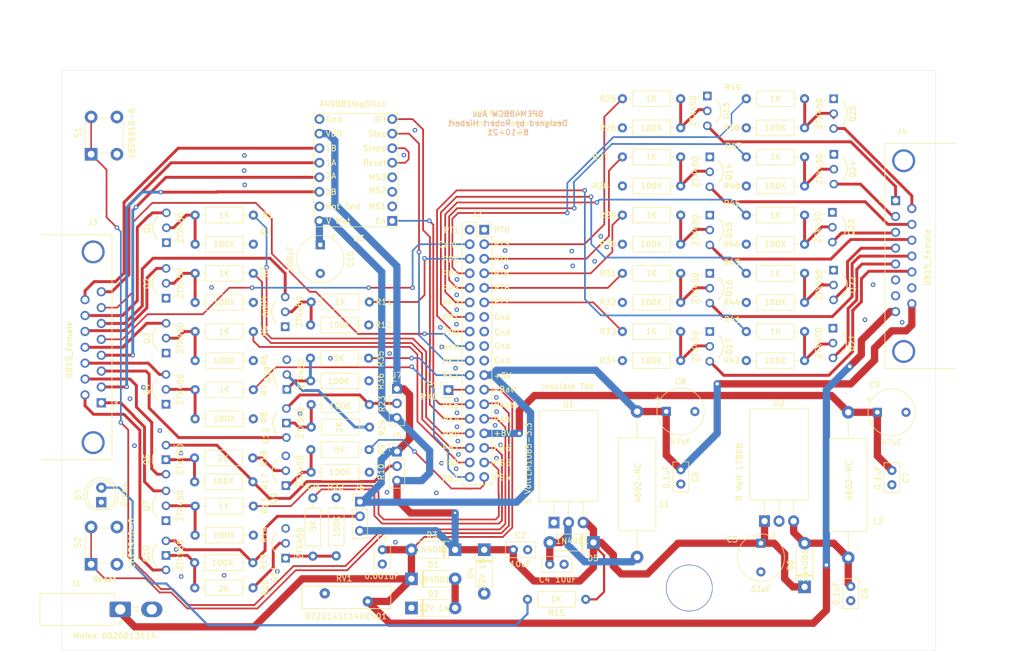
<source format=kicad_pcb>
(kicad_pcb (version 20171130) (host pcbnew "(5.1.6)-1")
  (layers (0 F.Cu signal) (31 B.Cu signal) (34 B.Paste user) (35 F.Paste user) (36 B.SilkS user) (37 F.SilkS user) (38 B.Mask user) (39 F.Mask user) (44 Edge.Cuts user))
  (net 0 "")
  (net 1 GND)
  (net 2 +BATT)
  (net 3 "Net-(C4-Pad1)")
  (net 4 "Net-(C5-Pad1)")
  (net 5 VDD)
  (net 6 +8V)
  (net 7 "Net-(D1-Pad2)")
  (net 8 /PK0)
  (net 9 /PK4)
  (net 10 /PK1)
  (net 11 /PK5)
  (net 12 /PK2)
  (net 13 /PP0)
  (net 14 /PB0)
  (net 15 /PP1)
  (net 16 /PB1)
  (net 17 /PP2)
  (net 18 /PB2)
  (net 19 /PP3)
  (net 20 /PB3)
  (net 21 /PP4)
  (net 22 /PB4)
  (net 23 /PP5)
  (net 24 /PB5)
  (net 25 /PB6)
  (net 26 /PT3)
  (net 27 /PT4)
  (net 28 /PT5)
  (net 29 /PT6)
  (net 30 /PT7)
  (net 31 /RESET)
  (net 32 /FP)
  (net 33 /ASD)
  (net 34 /AIOT)
  (net 35 /PP5out)
  (net 36 /Inj1)
  (net 37 /Inj3)
  (net 38 /Inj5)
  (net 39 /Ign1)
  (net 40 /Ign3)
  (net 41 /Ign5)
  (net 42 /Inj2)
  (net 43 /Inj4)
  (net 44 /Ign2)
  (net 45 /Ign4)
  (net 46 "Net-(Q1-Pad2)")
  (net 47 "Net-(Q2-Pad2)")
  (net 48 "Net-(Q3-Pad2)")
  (net 49 "Net-(Q4-Pad2)")
  (net 50 "Net-(Q6-Pad2)")
  (net 51 "Net-(Q7-Pad2)")
  (net 52 "Net-(Q9-Pad2)")
  (net 53 "Net-(Q11-Pad2)")
  (net 54 "Net-(Q13-Pad2)")
  (net 55 "Net-(Q14-Pad2)")
  (net 56 "Net-(Q15-Pad2)")
  (net 57 "Net-(Q16-Pad2)")
  (net 58 "Net-(Q17-Pad2)")
  (net 59 "Net-(Q18-Pad2)")
  (net 60 "Net-(Q21-Pad2)")
  (net 61 "Net-(Q22-Pad2)")
  (net 62 "Net-(Q23-Pad2)")
  (net 63 "Net-(Q24-Pad2)")
  (net 64 "Net-(Q25-Pad2)")
  (net 65 /PA0)
  (net 66 +12V)
  (net 67 "Net-(J4-Pad14)")
  (net 68 "Net-(J4-Pad7)")
  (net 69 "Net-(J4-Pad6)")
  (net 70 /CanL)
  (net 71 /CanH)
  (net 72 /IAC1B)
  (net 73 /PB2sink)
  (net 74 /Tachout)
  (net 75 /PB6src)
  (net 76 /IAC1A)
  (net 77 /IAC2A)
  (net 78 /PK1src)
  (net 79 /IAC2B)
  (net 80 /PB5sink)
  (net 81 "Net-(J5-Pad2)")
  (net 82 "Net-(J6-Pad2)")
  (net 83 "Net-(J7-Pad2)")
  (net 84 "Net-(Q5-Pad1)")
  (net 85 "Net-(Q9-Pad1)")
  (net 86 "Net-(Q10-Pad1)")
  (net 87 "Net-(Q11-Pad1)")
  (net 88 "Net-(Q12-Pad1)")
  (net 89 "Net-(Q18-Pad1)")
  (net 90 "Net-(U3-Pad5)")
  (net 91 "Net-(U3-Pad4)")
  (net 92 "Net-(U3-Pad3)")
  (net 93 "Net-(U3-Pad2)")
  (net 94 "Net-(D7-Pad2)")
  (net 95 "Net-(J2-Pad1)")
  (net 96 "Net-(J2-Pad2)")
  (module Resistor_THT:R_Axial_DIN0207_L6.3mm_D2.5mm_P10.16mm_Horizontal (layer F.Cu) (at 142.1638 143.2814 180)
    (fp_text reference R15 (at 5.08 -2.37) (layer F.SilkS))
    (fp_text value 1K (at 5.1816 0.1016) (layer F.SilkS))
    (pad 2 thru_hole oval (at 10.16 0 180) (size 1.6 1.6) (drill 0.8) (layers *.Cu *.Mask) (net 94 "Net-(D7-Pad2)"))
    (pad 1 thru_hole circle (at 0 0 180) (size 1.6 1.6) (drill 0.8) (layers *.Cu *.Mask) (net 66 +12V))
  )
  (module LED_THT:LED_D5.0mm (layer F.Cu) (at 57.658 126.3142 90)
    (fp_text reference D7 (at 1.27 -3.96 90) (layer F.SilkS))
    (fp_text value Green (at 1.27 3.96 90) (layer F.SilkS))
    (pad 2 thru_hole circle (at 2.54 0 90) (size 1.8 1.8) (drill 0.9) (layers *.Cu *.Mask) (net 94 "Net-(D7-Pad2)"))
    (pad 1 thru_hole rect (at 0 0 90) (size 1.8 1.8) (drill 0.9) (layers *.Cu *.Mask) (net 1 GND))
  )
  (module BPEM488CWaux:LM1085 (layer F.Cu) (at 136.6266 129.8702)
    (fp_text reference U1 (at 2.54 -20.58) (layer F.SilkS))
    (fp_text value LM1085-3.3 (at -4.4196 -12.7762 90) (layer F.SilkS))
    (pad 3 thru_hole oval (at 5.08 0) (size 1.905 2) (drill 1.1) (layers *.Cu *.Mask) (net 66 +12V))
    (pad 2 thru_hole oval (at 2.54 0) (size 1.905 2) (drill 1.1) (layers *.Cu *.Mask) (net 3 "Net-(C4-Pad1)"))
    (pad 1 thru_hole rect (at 0 0) (size 1.905 2) (drill 1.1) (layers *.Cu *.Mask) (net 1 GND))
    (pad "" np_thru_hole oval (at 2.54 -16.66) (size 3.5 3.5) (drill 3.5) (layers *.Cu *.Mask))
  )
  (module BPEM488CWaux:ZTX450 (layer F.Cu) (at 185.42 55.88 270)
    (fp_text reference Q25 (at 2.6 -3.35 90) (layer F.SilkS))
    (fp_text value ZTX450 (at 2.6 2.5 90) (layer F.SilkS))
    (pad 1 thru_hole rect (at 0 0 90) (size 1.5 1.5) (drill 0.9) (layers *.Cu *.Mask) (net 1 GND))
    (pad 3 thru_hole circle (at 5.2 0 90) (size 1.5 1.5) (drill 0.9) (layers *.Cu *.Mask) (net 38 /Inj5))
    (pad 2 thru_hole circle (at 2.6 0 90) (size 1.5 1.5) (drill 0.9) (layers *.Cu *.Mask) (net 64 "Net-(Q25-Pad2)"))
  )
  (module BPEM488CWaux:ZTX450 (layer F.Cu) (at 185.4454 65.5828 270)
    (fp_text reference Q24 (at 2.6 -3.35 90) (layer F.SilkS))
    (fp_text value ZTX450 (at 2.6 2.5 90) (layer F.SilkS))
    (pad 1 thru_hole rect (at 0 0 90) (size 1.5 1.5) (drill 0.9) (layers *.Cu *.Mask) (net 1 GND))
    (pad 3 thru_hole circle (at 5.2 0 90) (size 1.5 1.5) (drill 0.9) (layers *.Cu *.Mask) (net 43 /Inj4))
    (pad 2 thru_hole circle (at 2.6 0 90) (size 1.5 1.5) (drill 0.9) (layers *.Cu *.Mask) (net 63 "Net-(Q24-Pad2)"))
  )
  (module BPEM488CWaux:ZTX450 (layer F.Cu) (at 185.1914 75.7174 270)
    (fp_text reference Q23 (at 2.6 -3.35 90) (layer F.SilkS))
    (fp_text value ZTX450 (at 2.6 2.5 90) (layer F.SilkS))
    (pad 1 thru_hole rect (at 0 0 90) (size 1.5 1.5) (drill 0.9) (layers *.Cu *.Mask) (net 1 GND))
    (pad 3 thru_hole circle (at 5.2 0 90) (size 1.5 1.5) (drill 0.9) (layers *.Cu *.Mask) (net 37 /Inj3))
    (pad 2 thru_hole circle (at 2.6 0 90) (size 1.5 1.5) (drill 0.9) (layers *.Cu *.Mask) (net 62 "Net-(Q23-Pad2)"))
  )
  (module BPEM488CWaux:ZTX450 (layer F.Cu) (at 185.3946 85.8012 270)
    (fp_text reference Q22 (at 2.6 -3.35 90) (layer F.SilkS))
    (fp_text value ZTX450 (at 2.6 2.5 90) (layer F.SilkS))
    (pad 1 thru_hole rect (at 0 0 90) (size 1.5 1.5) (drill 0.9) (layers *.Cu *.Mask) (net 1 GND))
    (pad 3 thru_hole circle (at 5.2 0 90) (size 1.5 1.5) (drill 0.9) (layers *.Cu *.Mask) (net 42 /Inj2))
    (pad 2 thru_hole circle (at 2.6 0 90) (size 1.5 1.5) (drill 0.9) (layers *.Cu *.Mask) (net 61 "Net-(Q22-Pad2)"))
  )
  (module BPEM488CWaux:ZTX450 (layer F.Cu) (at 185.293 95.9358 270)
    (fp_text reference Q21 (at 2.6 -3.35 90) (layer F.SilkS))
    (fp_text value ZTX450 (at 2.6 2.5 90) (layer F.SilkS))
    (pad 1 thru_hole rect (at 0 0 90) (size 1.5 1.5) (drill 0.9) (layers *.Cu *.Mask) (net 1 GND))
    (pad 3 thru_hole circle (at 5.2 0 90) (size 1.5 1.5) (drill 0.9) (layers *.Cu *.Mask) (net 36 /Inj1))
    (pad 2 thru_hole circle (at 2.6 0 90) (size 1.5 1.5) (drill 0.9) (layers *.Cu *.Mask) (net 60 "Net-(Q21-Pad2)"))
  )
  (module BPEM488CWaux:ZTX450 (layer F.Cu) (at 90.0176 106.6292 90)
    (fp_text reference Q18 (at 2.6 -3.35 90) (layer F.SilkS))
    (fp_text value ZTX450 (at 2.6 2.5 90) (layer F.SilkS))
    (pad 1 thru_hole rect (at 0 0 270) (size 1.5 1.5) (drill 0.9) (layers *.Cu *.Mask) (net 89 "Net-(Q18-Pad1)"))
    (pad 3 thru_hole circle (at 5.2 0 270) (size 1.5 1.5) (drill 0.9) (layers *.Cu *.Mask) (net 1 GND))
    (pad 2 thru_hole circle (at 2.6 0 270) (size 1.5 1.5) (drill 0.9) (layers *.Cu *.Mask) (net 59 "Net-(Q18-Pad2)"))
  )
  (module BPEM488CWaux:ZTX450 (layer F.Cu) (at 163.8046 96.52 270)
    (fp_text reference Q17 (at 2.6 -3.35 90) (layer F.SilkS))
    (fp_text value ZTX450 (at 2.6 2.5 90) (layer F.SilkS))
    (pad 1 thru_hole rect (at 0 0 90) (size 1.5 1.5) (drill 0.9) (layers *.Cu *.Mask) (net 1 GND))
    (pad 3 thru_hole circle (at 5.2 0 90) (size 1.5 1.5) (drill 0.9) (layers *.Cu *.Mask) (net 41 /Ign5))
    (pad 2 thru_hole circle (at 2.6 0 90) (size 1.5 1.5) (drill 0.9) (layers *.Cu *.Mask) (net 58 "Net-(Q17-Pad2)"))
  )
  (module BPEM488CWaux:ZTX450 (layer F.Cu) (at 163.8046 86.36 270)
    (fp_text reference Q16 (at 2.6 -3.35 90) (layer F.SilkS))
    (fp_text value ZTX450 (at 2.6 2.5 90) (layer F.SilkS))
    (pad 1 thru_hole rect (at 0 0 90) (size 1.5 1.5) (drill 0.9) (layers *.Cu *.Mask) (net 1 GND))
    (pad 3 thru_hole circle (at 5.2 0 90) (size 1.5 1.5) (drill 0.9) (layers *.Cu *.Mask) (net 45 /Ign4))
    (pad 2 thru_hole circle (at 2.6 0 90) (size 1.5 1.5) (drill 0.9) (layers *.Cu *.Mask) (net 57 "Net-(Q16-Pad2)"))
  )
  (module BPEM488CWaux:ZTX450 (layer F.Cu) (at 163.8046 76.2 270)
    (fp_text reference Q15 (at 2.6 -3.35 90) (layer F.SilkS))
    (fp_text value ZTX450 (at 2.6 2.5 90) (layer F.SilkS))
    (pad 1 thru_hole rect (at 0 0 90) (size 1.5 1.5) (drill 0.9) (layers *.Cu *.Mask) (net 1 GND))
    (pad 3 thru_hole circle (at 5.2 0 90) (size 1.5 1.5) (drill 0.9) (layers *.Cu *.Mask) (net 40 /Ign3))
    (pad 2 thru_hole circle (at 2.6 0 90) (size 1.5 1.5) (drill 0.9) (layers *.Cu *.Mask) (net 56 "Net-(Q15-Pad2)"))
  )
  (module BPEM488CWaux:ZTX450 (layer F.Cu) (at 163.8046 66.04 270)
    (fp_text reference Q14 (at 2.6 -3.35 90) (layer F.SilkS))
    (fp_text value ZTX450 (at 2.6 2.5 90) (layer F.SilkS))
    (pad 1 thru_hole rect (at 0 0 90) (size 1.5 1.5) (drill 0.9) (layers *.Cu *.Mask) (net 1 GND))
    (pad 3 thru_hole circle (at 5.2 0 90) (size 1.5 1.5) (drill 0.9) (layers *.Cu *.Mask) (net 44 /Ign2))
    (pad 2 thru_hole circle (at 2.6 0 90) (size 1.5 1.5) (drill 0.9) (layers *.Cu *.Mask) (net 55 "Net-(Q14-Pad2)"))
  )
  (module BPEM488CWaux:ZTX450 (layer F.Cu) (at 163.3728 55.3974 270)
    (fp_text reference Q13 (at 2.6 -3.35 90) (layer F.SilkS))
    (fp_text value ZTX450 (at 2.6 2.5 90) (layer F.SilkS))
    (pad 1 thru_hole rect (at 0 0 90) (size 1.5 1.5) (drill 0.9) (layers *.Cu *.Mask) (net 1 GND))
    (pad 3 thru_hole circle (at 5.2 0 90) (size 1.5 1.5) (drill 0.9) (layers *.Cu *.Mask) (net 39 /Ign1))
    (pad 2 thru_hole circle (at 2.6 0 90) (size 1.5 1.5) (drill 0.9) (layers *.Cu *.Mask) (net 54 "Net-(Q13-Pad2)"))
  )
  (module BPEM488CWaux:ZTX550 (layer F.Cu) (at 89.9414 115.0366 90)
    (fp_text reference Q12 (at 0.254 -3.6322 90) (layer F.SilkS))
    (fp_text value ZTX550 (at 2.6 2.5 90) (layer F.SilkS))
    (pad 1 thru_hole rect (at 2.54 0 270) (size 1.5 1.5) (drill 0.9) (layers *.Cu *.Mask) (net 88 "Net-(Q12-Pad1)"))
    (pad 3 thru_hole circle (at 5.08 0 270) (size 1.5 1.5) (drill 0.9) (layers *.Cu *.Mask) (net 83 "Net-(J7-Pad2)"))
    (pad 2 thru_hole circle (at 0 0 270) (size 1.5 1.5) (drill 0.9) (layers *.Cu *.Mask) (net 78 /PK1src))
  )
  (module BPEM488CWaux:ZTX450 (layer F.Cu) (at 89.8144 136.0932 90)
    (fp_text reference Q11 (at -2.794 -1.9558 90) (layer F.SilkS))
    (fp_text value ZTX450 (at 2.6 2.5 90) (layer F.SilkS))
    (pad 1 thru_hole rect (at 0 0 270) (size 1.5 1.5) (drill 0.9) (layers *.Cu *.Mask) (net 87 "Net-(Q11-Pad1)"))
    (pad 3 thru_hole circle (at 5.2 0 270) (size 1.5 1.5) (drill 0.9) (layers *.Cu *.Mask) (net 1 GND))
    (pad 2 thru_hole circle (at 2.6 0 270) (size 1.5 1.5) (drill 0.9) (layers *.Cu *.Mask) (net 53 "Net-(Q11-Pad2)"))
  )
  (module BPEM488CWaux:ZTX550 (layer F.Cu) (at 68.9356 138.1506 90)
    (fp_text reference Q10 (at 2.8448 -3.429 90) (layer F.SilkS))
    (fp_text value ZTX550 (at 2.6 2.5 90) (layer F.SilkS))
    (pad 1 thru_hole rect (at 2.54 0 270) (size 1.5 1.5) (drill 0.9) (layers *.Cu *.Mask) (net 86 "Net-(Q10-Pad1)"))
    (pad 3 thru_hole circle (at 5.08 0 270) (size 1.5 1.5) (drill 0.9) (layers *.Cu *.Mask) (net 82 "Net-(J6-Pad2)"))
    (pad 2 thru_hole circle (at 0 0 270) (size 1.5 1.5) (drill 0.9) (layers *.Cu *.Mask) (net 75 /PB6src))
  )
  (module BPEM488CWaux:ZTX450 (layer F.Cu) (at 89.8398 123.4186 90)
    (fp_text reference Q9 (at -2.2352 -2.032 90) (layer F.SilkS))
    (fp_text value ZTX450 (at 2.6 2.5 90) (layer F.SilkS))
    (pad 1 thru_hole rect (at 0 0 270) (size 1.5 1.5) (drill 0.9) (layers *.Cu *.Mask) (net 85 "Net-(Q9-Pad1)"))
    (pad 3 thru_hole circle (at 5.2 0 270) (size 1.5 1.5) (drill 0.9) (layers *.Cu *.Mask) (net 1 GND))
    (pad 2 thru_hole circle (at 2.6 0 270) (size 1.5 1.5) (drill 0.9) (layers *.Cu *.Mask) (net 52 "Net-(Q9-Pad2)"))
  )
  (module BPEM488CWaux:ZTX450 (layer F.Cu) (at 68.94068 129.54 90)
    (fp_text reference Q7 (at 2.6 -3.35 90) (layer F.SilkS))
    (fp_text value ZTX450 (at 2.6 2.5 90) (layer F.SilkS))
    (pad 1 thru_hole rect (at 0 0 270) (size 1.5 1.5) (drill 0.9) (layers *.Cu *.Mask) (net 1 GND))
    (pad 3 thru_hole circle (at 5.2 0 270) (size 1.5 1.5) (drill 0.9) (layers *.Cu *.Mask) (net 80 /PB5sink))
    (pad 2 thru_hole circle (at 2.6 0 270) (size 1.5 1.5) (drill 0.9) (layers *.Cu *.Mask) (net 51 "Net-(Q7-Pad2)"))
  )
  (module BPEM488CWaux:ZTX450 (layer F.Cu) (at 89.7382 95.6818 90)
    (fp_text reference Q6 (at 2.6 -3.35 90) (layer F.SilkS))
    (fp_text value ZTX450 (at 2.6 2.5 90) (layer F.SilkS))
    (pad 1 thru_hole rect (at 0 0 270) (size 1.5 1.5) (drill 0.9) (layers *.Cu *.Mask) (net 1 GND))
    (pad 3 thru_hole circle (at 5.2 0 270) (size 1.5 1.5) (drill 0.9) (layers *.Cu *.Mask) (net 35 /PP5out))
    (pad 2 thru_hole circle (at 2.6 0 270) (size 1.5 1.5) (drill 0.9) (layers *.Cu *.Mask) (net 50 "Net-(Q6-Pad2)"))
  )
  (module BPEM488CWaux:ZTX550 (layer F.Cu) (at 68.9356 121.4374 90)
    (fp_text reference Q5 (at 2.6 -3.35 90) (layer F.SilkS))
    (fp_text value ZTX550 (at 2.6 2.5 90) (layer F.SilkS))
    (pad 1 thru_hole rect (at 2.54 0 270) (size 1.5 1.5) (drill 0.9) (layers *.Cu *.Mask) (net 84 "Net-(Q5-Pad1)"))
    (pad 3 thru_hole circle (at 5.08 0 270) (size 1.5 1.5) (drill 0.9) (layers *.Cu *.Mask) (net 81 "Net-(J5-Pad2)"))
    (pad 2 thru_hole circle (at 0 0 270) (size 1.5 1.5) (drill 0.9) (layers *.Cu *.Mask) (net 74 /Tachout))
  )
  (module BPEM488CWaux:ZTX450 (layer F.Cu) (at 68.94068 109.22 90)
    (fp_text reference Q4 (at 2.6 -3.35 90) (layer F.SilkS))
    (fp_text value ZTX450 (at 2.6 2.5 90) (layer F.SilkS))
    (pad 1 thru_hole rect (at 0 0 270) (size 1.5 1.5) (drill 0.9) (layers *.Cu *.Mask) (net 1 GND))
    (pad 3 thru_hole circle (at 5.2 0 270) (size 1.5 1.5) (drill 0.9) (layers *.Cu *.Mask) (net 34 /AIOT))
    (pad 2 thru_hole circle (at 2.6 0 270) (size 1.5 1.5) (drill 0.9) (layers *.Cu *.Mask) (net 49 "Net-(Q4-Pad2)"))
  )
  (module BPEM488CWaux:ZTX450 (layer F.Cu) (at 68.961 100.2792 90)
    (fp_text reference Q3 (at 2.6 -3.35 90) (layer F.SilkS))
    (fp_text value ZTX450 (at 2.6 2.5 90) (layer F.SilkS))
    (pad 1 thru_hole rect (at 0 0 270) (size 1.5 1.5) (drill 0.9) (layers *.Cu *.Mask) (net 1 GND))
    (pad 3 thru_hole circle (at 5.2 0 270) (size 1.5 1.5) (drill 0.9) (layers *.Cu *.Mask) (net 73 /PB2sink))
    (pad 2 thru_hole circle (at 2.6 0 270) (size 1.5 1.5) (drill 0.9) (layers *.Cu *.Mask) (net 48 "Net-(Q3-Pad2)"))
  )
  (module BPEM488CWaux:ZTX450 (layer F.Cu) (at 68.961 90.7034 90)
    (fp_text reference Q2 (at 2.6 -3.35 90) (layer F.SilkS))
    (fp_text value ZTX450 (at 2.6 2.5 90) (layer F.SilkS))
    (pad 1 thru_hole rect (at 0 0 270) (size 1.5 1.5) (drill 0.9) (layers *.Cu *.Mask) (net 1 GND))
    (pad 3 thru_hole circle (at 5.2 0 270) (size 1.5 1.5) (drill 0.9) (layers *.Cu *.Mask) (net 33 /ASD))
    (pad 2 thru_hole circle (at 2.6 0 270) (size 1.5 1.5) (drill 0.9) (layers *.Cu *.Mask) (net 47 "Net-(Q2-Pad2)"))
  )
  (module BPEM488CWaux:ZTX450 (layer F.Cu) (at 69.0118 81.0006 90)
    (fp_text reference Q1 (at 2.6 -3.35 90) (layer F.SilkS))
    (fp_text value ZTX450 (at 2.6 2.5 90) (layer F.SilkS))
    (pad 1 thru_hole rect (at 0 0 270) (size 1.5 1.5) (drill 0.9) (layers *.Cu *.Mask) (net 1 GND))
    (pad 3 thru_hole circle (at 5.2 0 270) (size 1.5 1.5) (drill 0.9) (layers *.Cu *.Mask) (net 32 /FP))
    (pad 2 thru_hole circle (at 2.6 0 270) (size 1.5 1.5) (drill 0.9) (layers *.Cu *.Mask) (net 46 "Net-(Q1-Pad2)"))
  )
  (module BPEM488CWaux:A4988StepStick (layer F.Cu) (at 108.4072 77.216 180)
    (fp_text reference U3 (at 5.842 -3.048) (layer F.SilkS))
    (fp_text value A4988StepStick (at 6.8834 20.4216) (layer F.SilkS))
    (fp_text user "V Mot" (at 9.398 0) (layer F.SilkS))
    (fp_text user "Mot Gnd" (at 8.636 2.54) (layer F.SilkS))
    (fp_text user 2B (at 10.668 5.08) (layer F.SilkS))
    (fp_text user 2A (at 10.668 7.874) (layer F.SilkS))
    (fp_text user 1A (at 10.668 10.16) (layer F.SilkS))
    (fp_text user 1B (at 10.668 12.7) (layer F.SilkS))
    (fp_text user VDD (at 10.16 15.24) (layer F.SilkS))
    (fp_text user Gnd (at 10.16 17.78) (layer F.SilkS))
    (fp_text user Dir (at 2.032 17.78) (layer F.SilkS))
    (fp_text user Step (at 2.54 15.24) (layer F.SilkS))
    (fp_text user Sleep (at 3.048 12.7) (layer F.SilkS))
    (fp_text user Reset (at 3.048 10.16) (layer F.SilkS))
    (fp_text user MS3 (at 2.54 7.62) (layer F.SilkS))
    (fp_text user MS2 (at 2.54 5.334) (layer F.SilkS))
    (fp_text user MS1 (at 2.54 2.54) (layer F.SilkS))
    (fp_text user En (at 2.032 0) (layer F.SilkS))
    (pad 15 thru_hole oval (at 12.7 2.54 180) (size 1.7 1.7) (drill 1) (layers *.Cu *.Mask) (net 1 GND))
    (pad 13 thru_hole oval (at 12.7 7.62 180) (size 1.7 1.7) (drill 1) (layers *.Cu *.Mask) (net 77 /IAC2A))
    (pad 16 thru_hole circle (at 12.7 0 180) (size 1.7 1.7) (drill 1) (layers *.Cu *.Mask) (net 66 +12V))
    (pad 14 thru_hole oval (at 12.7 5.08 180) (size 1.7 1.7) (drill 1) (layers *.Cu *.Mask) (net 79 /IAC2B))
    (pad 12 thru_hole oval (at 12.7 10.16 180) (size 1.7 1.7) (drill 1) (layers *.Cu *.Mask) (net 76 /IAC1A))
    (pad 9 thru_hole oval (at 12.7 17.78 180) (size 1.7 1.7) (drill 1) (layers *.Cu *.Mask) (net 1 GND))
    (pad 11 thru_hole oval (at 12.7 12.7 180) (size 1.7 1.7) (drill 1) (layers *.Cu *.Mask) (net 72 /IAC1B))
    (pad 10 thru_hole oval (at 12.7 15.24 180) (size 1.7 1.7) (drill 1) (layers *.Cu *.Mask) (net 5 VDD))
    (pad 8 thru_hole oval (at 0 17.78 180) (size 1.7 1.7) (drill 1) (layers *.Cu *.Mask) (net 9 /PK4))
    (pad 7 thru_hole oval (at 0 15.24 180) (size 1.7 1.7) (drill 1) (layers *.Cu *.Mask) (net 12 /PK2))
    (pad 6 thru_hole oval (at 0 12.7 180) (size 1.7 1.7) (drill 1) (layers *.Cu *.Mask) (net 90 "Net-(U3-Pad5)"))
    (pad 5 thru_hole oval (at 0 10.16 180) (size 1.7 1.7) (drill 1) (layers *.Cu *.Mask) (net 90 "Net-(U3-Pad5)"))
    (pad 4 thru_hole oval (at 0 7.62 180) (size 1.7 1.7) (drill 1) (layers *.Cu *.Mask) (net 91 "Net-(U3-Pad4)"))
    (pad 3 thru_hole oval (at 0 5.08 180) (size 1.7 1.7) (drill 1) (layers *.Cu *.Mask) (net 92 "Net-(U3-Pad3)"))
    (pad 2 thru_hole oval (at 0 2.54 180) (size 1.7 1.7) (drill 1) (layers *.Cu *.Mask) (net 93 "Net-(U3-Pad2)"))
    (pad 1 thru_hole rect (at 0 0 180) (size 1.7 1.7) (drill 1) (layers *.Cu *.Mask) (net 11 /PK5))
  )
  (module BPEM488CWaux:L7808 (layer F.Cu) (at 173.355 129.6162)
    (fp_text reference U2 (at 2.54 -20.58) (layer F.SilkS))
    (fp_text value L7808 (at -4.3942 -11.2776 90) (layer F.SilkS))
    (pad 3 thru_hole oval (at 5.08 0) (size 1.905 2) (drill 1.1) (layers *.Cu *.Mask) (net 4 "Net-(C5-Pad1)"))
    (pad 2 thru_hole oval (at 2.54 0) (size 1.905 2) (drill 1.1) (layers *.Cu *.Mask) (net 1 GND))
    (pad 1 thru_hole rect (at 0 0) (size 1.905 2) (drill 1.1) (layers *.Cu *.Mask) (net 66 +12V))
    (pad "" np_thru_hole oval (at 2.54 -16.66) (size 3.5 3.5) (drill 3.5) (layers *.Cu *.Mask))
  )
  (module Connector_PinHeader_2.54mm:PinHeader_1x01_P2.54mm_Vertical (layer F.Cu) (at 118.2116 106.7562)
    (fp_text reference TP1 (at -3.2004 -0.889) (layer F.SilkS))
    (fp_text value PK0 (at -3.3528 1.1684) (layer F.SilkS))
    (pad 1 thru_hole rect (at 0 0) (size 1.7 1.7) (drill 1) (layers *.Cu *.Mask) (net 8 /PK0))
  )
  (module Resistor_THT:R_Axial_DIN0207_L6.3mm_D2.5mm_P10.16mm_Horizontal (layer F.Cu) (at 94.1832 105.1306)
    (fp_text reference R36 (at 12.2174 0.1016 90) (layer F.SilkS))
    (fp_text value 100K (at 4.8768 0.0508) (layer F.SilkS))
    (pad 2 thru_hole oval (at 10.16 0) (size 1.6 1.6) (drill 0.8) (layers *.Cu *.Mask) (net 1 GND))
    (pad 1 thru_hole circle (at 0 0) (size 1.6 1.6) (drill 0.8) (layers *.Cu *.Mask) (net 89 "Net-(Q18-Pad1)"))
  )
  (module Resistor_THT:R_Axial_DIN0207_L6.3mm_D2.5mm_P10.16mm_Horizontal (layer F.Cu) (at 94.1324 101.1682)
    (fp_text reference R35 (at 12.2682 0.1524 90) (layer F.SilkS))
    (fp_text value 5K (at 5.0292 0.0508) (layer F.SilkS))
    (pad 2 thru_hole oval (at 10.16 0) (size 1.6 1.6) (drill 0.8) (layers *.Cu *.Mask) (net 10 /PK1))
    (pad 1 thru_hole circle (at 0 0) (size 1.6 1.6) (drill 0.8) (layers *.Cu *.Mask) (net 89 "Net-(Q18-Pad1)"))
  )
  (module Resistor_THT:R_Axial_DIN0207_L6.3mm_D2.5mm_P10.16mm_Horizontal (layer F.Cu) (at 94.2848 113.2078)
    (fp_text reference R24 (at 12.3444 0.1016 90) (layer F.SilkS))
    (fp_text value 2K (at 4.9022 0 90) (layer F.SilkS))
    (pad 2 thru_hole oval (at 10.16 0) (size 1.6 1.6) (drill 0.8) (layers *.Cu *.Mask) (net 59 "Net-(Q18-Pad2)"))
    (pad 1 thru_hole circle (at 0 0) (size 1.6 1.6) (drill 0.8) (layers *.Cu *.Mask) (net 88 "Net-(Q12-Pad1)"))
  )
  (module Resistor_THT:R_Axial_DIN0207_L6.3mm_D2.5mm_P10.16mm_Horizontal (layer F.Cu) (at 104.4194 109.2708 180)
    (fp_text reference R23 (at -2.2098 0.127 90) (layer F.SilkS))
    (fp_text value 100K (at 5.0546 -0.2286) (layer F.SilkS))
    (pad 2 thru_hole oval (at 10.16 0 180) (size 1.6 1.6) (drill 0.8) (layers *.Cu *.Mask) (net 88 "Net-(Q12-Pad1)"))
    (pad 1 thru_hole circle (at 0 0 180) (size 1.6 1.6) (drill 0.8) (layers *.Cu *.Mask) (net 83 "Net-(J7-Pad2)"))
  )
  (module Resistor_THT:R_Axial_DIN0207_L6.3mm_D2.5mm_P10.16mm_Horizontal (layer F.Cu) (at 98.6282 135.6868 90)
    (fp_text reference R22 (at 12.0396 -0.1016 180) (layer F.SilkS))
    (fp_text value 100K (at 5.1308 0.1016 90) (layer F.SilkS))
    (pad 2 thru_hole oval (at 10.16 0 90) (size 1.6 1.6) (drill 0.8) (layers *.Cu *.Mask) (net 1 GND))
    (pad 1 thru_hole circle (at 0 0 90) (size 1.6 1.6) (drill 0.8) (layers *.Cu *.Mask) (net 87 "Net-(Q11-Pad1)"))
  )
  (module Resistor_THT:R_Axial_DIN0207_L6.3mm_D2.5mm_P10.16mm_Horizontal (layer F.Cu) (at 94.5642 135.7376 90)
    (fp_text reference R21 (at 12.0396 0 180) (layer F.SilkS))
    (fp_text value 5K (at 5.334 0.0508 90) (layer F.SilkS))
    (pad 2 thru_hole oval (at 10.16 0 90) (size 1.6 1.6) (drill 0.8) (layers *.Cu *.Mask) (net 25 /PB6))
    (pad 1 thru_hole circle (at 0 0 90) (size 1.6 1.6) (drill 0.8) (layers *.Cu *.Mask) (net 87 "Net-(Q11-Pad1)"))
  )
  (module Resistor_THT:R_Axial_DIN0207_L6.3mm_D2.5mm_P10.16mm_Horizontal (layer F.Cu) (at 73.9648 141.2748)
    (fp_text reference R20 (at 12.2682 0 90) (layer F.SilkS))
    (fp_text value 2K (at 5.0546 0.1524) (layer F.SilkS))
    (pad 2 thru_hole oval (at 10.16 0) (size 1.6 1.6) (drill 0.8) (layers *.Cu *.Mask) (net 53 "Net-(Q11-Pad2)"))
    (pad 1 thru_hole circle (at 0 0) (size 1.6 1.6) (drill 0.8) (layers *.Cu *.Mask) (net 86 "Net-(Q10-Pad1)"))
  )
  (module Resistor_THT:R_Axial_DIN0207_L6.3mm_D2.5mm_P10.16mm_Horizontal (layer F.Cu) (at 84.0994 136.8806 180)
    (fp_text reference R19 (at -1.8796 0.0762 90) (layer F.SilkS))
    (fp_text value 100K (at 5.2832 -0.0254) (layer F.SilkS))
    (pad 2 thru_hole oval (at 10.16 0 180) (size 1.6 1.6) (drill 0.8) (layers *.Cu *.Mask) (net 86 "Net-(Q10-Pad1)"))
    (pad 1 thru_hole circle (at 0 0 180) (size 1.6 1.6) (drill 0.8) (layers *.Cu *.Mask) (net 82 "Net-(J6-Pad2)"))
  )
  (module Resistor_THT:R_Axial_DIN0207_L6.3mm_D2.5mm_P10.16mm_Horizontal (layer F.Cu) (at 73.914 118.5926)
    (fp_text reference R18 (at 12.1158 0.1524 90) (layer F.SilkS))
    (fp_text value 2K (at 4.9784 0.0508) (layer F.SilkS))
    (pad 2 thru_hole oval (at 10.16 0) (size 1.6 1.6) (drill 0.8) (layers *.Cu *.Mask) (net 52 "Net-(Q9-Pad2)"))
    (pad 1 thru_hole circle (at 0 0) (size 1.6 1.6) (drill 0.8) (layers *.Cu *.Mask) (net 84 "Net-(Q5-Pad1)"))
  )
  (module Resistor_THT:R_Axial_DIN0207_L6.3mm_D2.5mm_P10.16mm_Horizontal (layer F.Cu) (at 84.0994 122.7582 180)
    (fp_text reference R17 (at -2.1336 0.0508 90) (layer F.SilkS))
    (fp_text value 100K (at 5.1562 0.1016) (layer F.SilkS))
    (pad 2 thru_hole oval (at 10.16 0 180) (size 1.6 1.6) (drill 0.8) (layers *.Cu *.Mask) (net 84 "Net-(Q5-Pad1)"))
    (pad 1 thru_hole circle (at 0 0 180) (size 1.6 1.6) (drill 0.8) (layers *.Cu *.Mask) (net 81 "Net-(J5-Pad2)"))
  )
  (module Connector_PinHeader_2.54mm:PinHeader_1x03_P2.54mm_Vertical (layer F.Cu) (at 109.22 106.5276)
    (fp_text reference J7 (at 0 -2.33) (layer F.SilkS))
    (fp_text value Conn_01x03)
    (pad 3 thru_hole oval (at 0 5.08) (size 1.7 1.7) (drill 1) (layers *.Cu *.Mask) (net 66 +12V))
    (pad 2 thru_hole oval (at 0 2.54) (size 1.7 1.7) (drill 1) (layers *.Cu *.Mask) (net 83 "Net-(J7-Pad2)"))
    (pad 1 thru_hole rect (at 0 0) (size 1.7 1.7) (drill 1) (layers *.Cu *.Mask) (net 5 VDD))
  )
  (module Connector_PinHeader_2.54mm:PinHeader_1x03_P2.54mm_Vertical (layer F.Cu) (at 102.7684 126.238)
    (fp_text reference J6 (at -0.0508 -2.54) (layer F.SilkS))
    (fp_text value Conn_01x03 hide)
    (pad 3 thru_hole oval (at 0 5.08) (size 1.7 1.7) (drill 1) (layers *.Cu *.Mask) (net 66 +12V))
    (pad 2 thru_hole oval (at 0 2.54) (size 1.7 1.7) (drill 1) (layers *.Cu *.Mask) (net 82 "Net-(J6-Pad2)"))
    (pad 1 thru_hole rect (at 0 0) (size 1.7 1.7) (drill 1) (layers *.Cu *.Mask) (net 5 VDD))
  )
  (module Connector_PinHeader_2.54mm:PinHeader_1x03_P2.54mm_Vertical (layer F.Cu) (at 109.2454 117.475)
    (fp_text reference J5 (at -0.0762 -2.7432) (layer F.SilkS))
    (fp_text value Conn_01x03)
    (pad 3 thru_hole oval (at 0 5.08) (size 1.7 1.7) (drill 1) (layers *.Cu *.Mask) (net 66 +12V))
    (pad 2 thru_hole oval (at 0 2.54) (size 1.7 1.7) (drill 1) (layers *.Cu *.Mask) (net 81 "Net-(J5-Pad2)"))
    (pad 1 thru_hole rect (at 0 0) (size 1.7 1.7) (drill 1) (layers *.Cu *.Mask) (net 5 VDD))
  )
  (module Capacitor_THT:CP_Radial_Tantal_D8.0mm_P5.00mm (layer F.Cu) (at 95.8596 81.3816 270)
    (fp_text reference C10 (at 2.5 -5.25 90) (layer F.SilkS))
    (fp_text value 100uF (at 2.5 5.25 90) (layer F.SilkS))
    (pad 2 thru_hole circle (at 5 0 270) (size 1.6 1.6) (drill 0.8) (layers *.Cu *.Mask) (net 1 GND))
    (pad 1 thru_hole rect (at 0 0 270) (size 1.6 1.6) (drill 0.8) (layers *.Cu *.Mask) (net 66 +12V))
  )
  (module Connector_Dsub:DSUB-15_Female_Horizontal_P2.77x2.84mm_EdgePinOffset7.70mm_Housed_MountingHolesOffset9.12mm (layer F.Cu) (at 196.215 73.66 90)
    (fp_text reference J4 (at 12.1 1.145 180) (layer F.SilkS))
    (fp_text value DB15_Female (at -9.89 5.585 90) (layer F.SilkS))
    (pad 0 thru_hole circle (at 6.955 1.42 90) (size 4 4) (drill 3.2) (layers *.Cu *.Mask))
    (pad 0 thru_hole circle (at -26.345 1.42 90) (size 4 4) (drill 3.2) (layers *.Cu *.Mask))
    (pad 15 thru_hole circle (at -18.005 2.84 90) (size 1.6 1.6) (drill 1) (layers *.Cu *.Mask) (net 5 VDD))
    (pad 14 thru_hole circle (at -15.235 2.84 90) (size 1.6 1.6) (drill 1) (layers *.Cu *.Mask) (net 67 "Net-(J4-Pad14)"))
    (pad 13 thru_hole circle (at -12.465 2.84 90) (size 1.6 1.6) (drill 1) (layers *.Cu *.Mask) (net 41 /Ign5))
    (pad 12 thru_hole circle (at -9.695 2.84 90) (size 1.6 1.6) (drill 1) (layers *.Cu *.Mask) (net 45 /Ign4))
    (pad 11 thru_hole circle (at -6.925 2.84 90) (size 1.6 1.6) (drill 1) (layers *.Cu *.Mask) (net 40 /Ign3))
    (pad 10 thru_hole circle (at -4.155 2.84 90) (size 1.6 1.6) (drill 1) (layers *.Cu *.Mask) (net 44 /Ign2))
    (pad 9 thru_hole circle (at -1.385 2.84 90) (size 1.6 1.6) (drill 1) (layers *.Cu *.Mask) (net 38 /Inj5))
    (pad 8 thru_hole circle (at -19.39 0 90) (size 1.6 1.6) (drill 1) (layers *.Cu *.Mask) (net 2 +BATT))
    (pad 7 thru_hole circle (at -16.62 0 90) (size 1.6 1.6) (drill 1) (layers *.Cu *.Mask) (net 68 "Net-(J4-Pad7)"))
    (pad 6 thru_hole circle (at -13.85 0 90) (size 1.6 1.6) (drill 1) (layers *.Cu *.Mask) (net 69 "Net-(J4-Pad6)"))
    (pad 5 thru_hole circle (at -11.08 0 90) (size 1.6 1.6) (drill 1) (layers *.Cu *.Mask) (net 36 /Inj1))
    (pad 4 thru_hole circle (at -8.31 0 90) (size 1.6 1.6) (drill 1) (layers *.Cu *.Mask) (net 42 /Inj2))
    (pad 3 thru_hole circle (at -5.54 0 90) (size 1.6 1.6) (drill 1) (layers *.Cu *.Mask) (net 37 /Inj3))
    (pad 2 thru_hole circle (at -2.77 0 90) (size 1.6 1.6) (drill 1) (layers *.Cu *.Mask) (net 43 /Inj4))
    (pad 1 thru_hole rect (at 0 0 90) (size 1.6 1.6) (drill 1) (layers *.Cu *.Mask) (net 39 /Ign1))
  )
  (module Connector_Dsub:DSUB-15_Female_Horizontal_P2.77x2.84mm_EdgePinOffset7.70mm_Housed_MountingHolesOffset9.12mm (layer F.Cu) (at 57.658 108.966 270)
    (fp_text reference J3 (at -31.546 1.508 180) (layer F.SilkS))
    (fp_text value DB15_Female (at -9.256 5.588 90) (layer F.SilkS))
    (pad 0 thru_hole circle (at 6.955 1.42 270) (size 4 4) (drill 3.2) (layers *.Cu *.Mask))
    (pad 0 thru_hole circle (at -26.345 1.42 270) (size 4 4) (drill 3.2) (layers *.Cu *.Mask))
    (pad 15 thru_hole circle (at -18.005 2.84 270) (size 1.6 1.6) (drill 1) (layers *.Cu *.Mask) (net 72 /IAC1B))
    (pad 14 thru_hole circle (at -15.235 2.84 270) (size 1.6 1.6) (drill 1) (layers *.Cu *.Mask) (net 32 /FP))
    (pad 13 thru_hole circle (at -12.465 2.84 270) (size 1.6 1.6) (drill 1) (layers *.Cu *.Mask) (net 33 /ASD))
    (pad 12 thru_hole circle (at -9.695 2.84 270) (size 1.6 1.6) (drill 1) (layers *.Cu *.Mask) (net 73 /PB2sink))
    (pad 11 thru_hole circle (at -6.925 2.84 270) (size 1.6 1.6) (drill 1) (layers *.Cu *.Mask) (net 34 /AIOT))
    (pad 10 thru_hole circle (at -4.155 2.84 270) (size 1.6 1.6) (drill 1) (layers *.Cu *.Mask) (net 74 /Tachout))
    (pad 9 thru_hole circle (at -1.385 2.84 270) (size 1.6 1.6) (drill 1) (layers *.Cu *.Mask) (net 75 /PB6src))
    (pad 8 thru_hole circle (at -19.39 0 270) (size 1.6 1.6) (drill 1) (layers *.Cu *.Mask) (net 76 /IAC1A))
    (pad 7 thru_hole circle (at -16.62 0 270) (size 1.6 1.6) (drill 1) (layers *.Cu *.Mask) (net 71 /CanH))
    (pad 6 thru_hole circle (at -13.85 0 270) (size 1.6 1.6) (drill 1) (layers *.Cu *.Mask) (net 35 /PP5out))
    (pad 5 thru_hole circle (at -11.08 0 270) (size 1.6 1.6) (drill 1) (layers *.Cu *.Mask) (net 70 /CanL))
    (pad 4 thru_hole circle (at -8.31 0 270) (size 1.6 1.6) (drill 1) (layers *.Cu *.Mask) (net 77 /IAC2A))
    (pad 3 thru_hole circle (at -5.54 0 270) (size 1.6 1.6) (drill 1) (layers *.Cu *.Mask) (net 78 /PK1src))
    (pad 2 thru_hole circle (at -2.77 0 270) (size 1.6 1.6) (drill 1) (layers *.Cu *.Mask) (net 79 /IAC2B))
    (pad 1 thru_hole rect (at 0 0 270) (size 1.6 1.6) (drill 1) (layers *.Cu *.Mask) (net 80 /PB5sink))
  )
  (module MountingHole:MountingHole_3mm_Pad (layer F.Cu) (at 160.2232 141.3002)
    (fp_text reference REF** hide)
    (fp_text value MountingHole_3mm_Pad hide)
    (pad "" thru_hole circle (at 0 0) (size 8.128 8.128) (drill 7.9248) (layers *.Cu *.Mask))
  )
  (module Varistor:RV_Disc_D15.5mm_W3.9mm_P7.5mm (layer F.Cu) (at 104.14 143.637 180)
    (fp_text reference RV1 (at 4.12 4.037) (layer F.SilkS))
    (fp_text value B72214S1140K501 (at 3.86 -2.613) (layer F.SilkS))
    (pad 2 thru_hole circle (at 7.5 1.4 180) (size 1.8 1.8) (drill 0.8) (layers *.Cu *.Mask) (net 1 GND))
    (pad 1 thru_hole circle (at 0 0 180) (size 1.8 1.8) (drill 0.8) (layers *.Cu *.Mask) (net 2 +BATT))
  )
  (module Capacitor_THT:C_Disc_D3.8mm_W2.6mm_P2.50mm (layer F.Cu) (at 106.68 134.62 270)
    (fp_text reference C1 (at -2.09 -0.05 180) (layer F.SilkS))
    (fp_text value 0.001uF (at 4.6 0.1 180) (layer F.SilkS))
    (pad 1 thru_hole circle (at 0 0 270) (size 1.6 1.6) (drill 0.8) (layers *.Cu *.Mask) (net 2 +BATT))
    (pad 2 thru_hole circle (at 2.5 0 270) (size 1.6 1.6) (drill 0.8) (layers *.Cu *.Mask) (net 1 GND))
  )
  (module Capacitor_THT:CP_Radial_Tantal_D8.0mm_P5.00mm (layer F.Cu) (at 172.72 133.47954 270)
    (fp_text reference C3 (at -0.63954 5 180) (layer F.SilkS))
    (fp_text value 33uF (at 8.01046 0.05 180) (layer F.SilkS))
    (pad 2 thru_hole circle (at 5 0 270) (size 1.6 1.6) (drill 0.8) (layers *.Cu *.Mask) (net 1 GND))
    (pad 1 thru_hole rect (at 0 0 270) (size 1.6 1.6) (drill 0.8) (layers *.Cu *.Mask) (net 66 +12V))
  )
  (module Capacitor_THT:C_Disc_D5.0mm_W2.5mm_P2.50mm (layer F.Cu) (at 158.75 120.65 270)
    (fp_text reference C6 (at 1.25 -2.5 90) (layer F.SilkS))
    (fp_text value 0.1uF (at 1.25 2.5 90) (layer F.SilkS))
    (pad 2 thru_hole circle (at 2.5 0 270) (size 1.6 1.6) (drill 0.8) (layers *.Cu *.Mask) (net 1 GND))
    (pad 1 thru_hole circle (at 0 0 270) (size 1.6 1.6) (drill 0.8) (layers *.Cu *.Mask) (net 5 VDD))
  )
  (module Capacitor_THT:C_Disc_D5.0mm_W2.5mm_P2.50mm (layer F.Cu) (at 195.58 120.77954 270)
    (fp_text reference C7 (at 1.25 -2.5 90) (layer F.SilkS))
    (fp_text value 0.1uF (at 1.25 2.5 90) (layer F.SilkS))
    (pad 1 thru_hole circle (at 0 0 270) (size 1.6 1.6) (drill 0.8) (layers *.Cu *.Mask) (net 6 +8V))
    (pad 2 thru_hole circle (at 2.5 0 270) (size 1.6 1.6) (drill 0.8) (layers *.Cu *.Mask) (net 1 GND))
  )
  (module Capacitor_THT:CP_Radial_Tantal_D8.0mm_P5.00mm (layer F.Cu) (at 156.21 110.49)
    (fp_text reference C8 (at 2.5 -5.25) (layer F.SilkS))
    (fp_text value 47uF (at 2.5 5.25) (layer F.SilkS))
    (pad 2 thru_hole circle (at 5 0) (size 1.6 1.6) (drill 0.8) (layers *.Cu *.Mask) (net 1 GND))
    (pad 1 thru_hole rect (at 0 0) (size 1.6 1.6) (drill 0.8) (layers *.Cu *.Mask) (net 5 VDD))
  )
  (module Capacitor_THT:CP_Radial_Tantal_D8.0mm_P5.00mm (layer F.Cu) (at 193.04 110.61954)
    (fp_text reference C9 (at -0.52 -4.80954) (layer F.SilkS))
    (fp_text value 47uF (at 2.5 5.25) (layer F.SilkS))
    (pad 1 thru_hole rect (at 0 0) (size 1.6 1.6) (drill 0.8) (layers *.Cu *.Mask) (net 6 +8V))
    (pad 2 thru_hole circle (at 5 0) (size 1.6 1.6) (drill 0.8) (layers *.Cu *.Mask) (net 1 GND))
  )
  (module Diode_THT:D_DO-41_SOD81_P7.62mm_Horizontal (layer F.Cu) (at 111.76 139.7)
    (fp_text reference D1 (at 3.81 -2.47) (layer F.SilkS))
    (fp_text value 1N4001 (at 3.87 0.14) (layer F.SilkS))
    (pad 1 thru_hole rect (at 0 0) (size 2.2 2.2) (drill 1.1) (layers *.Cu *.Mask) (net 2 +BATT))
    (pad 2 thru_hole oval (at 7.62 0) (size 2.2 2.2) (drill 1.1) (layers *.Cu *.Mask) (net 7 "Net-(D1-Pad2)"))
  )
  (module Diode_THT:D_DO-41_SOD81_P7.62mm_Horizontal (layer F.Cu) (at 111.76 144.78)
    (fp_text reference D2 (at 3.81 -2.47) (layer F.SilkS))
    (fp_text value "12V 1W" (at 3.97 0.01) (layer F.SilkS))
    (pad 2 thru_hole oval (at 7.62 0) (size 2.2 2.2) (drill 1.1) (layers *.Cu *.Mask) (net 7 "Net-(D1-Pad2)"))
    (pad 1 thru_hole rect (at 0 0) (size 2.2 2.2) (drill 1.1) (layers *.Cu *.Mask) (net 1 GND))
  )
  (module Diode_THT:D_DO-41_SOD81_P7.62mm_Horizontal (layer F.Cu) (at 119.38 134.62 180)
    (fp_text reference D3 (at 4.01 2.6) (layer F.SilkS))
    (fp_text value 1N4001 (at 4.01 0.03) (layer F.SilkS))
    (pad 1 thru_hole rect (at 0 0 180) (size 2.2 2.2) (drill 1.1) (layers *.Cu *.Mask) (net 66 +12V))
    (pad 2 thru_hole oval (at 7.62 0 180) (size 2.2 2.2) (drill 1.1) (layers *.Cu *.Mask) (net 2 +BATT))
  )
  (module Diode_THT:D_DO-41_SOD81_P7.62mm_Horizontal (layer F.Cu) (at 124.46 134.62 270)
    (fp_text reference D4 (at 4.07 2.43 90) (layer F.SilkS))
    (fp_text value "22V 1W" (at 4.13 0.35 90) (layer F.SilkS))
    (pad 2 thru_hole oval (at 7.62 0 270) (size 2.2 2.2) (drill 1.1) (layers *.Cu *.Mask) (net 1 GND))
    (pad 1 thru_hole rect (at 0 0 270) (size 2.2 2.2) (drill 1.1) (layers *.Cu *.Mask) (net 66 +12V))
  )
  (module Diode_THT:D_DO-41_SOD81_P7.62mm_Horizontal (layer F.Cu) (at 143.51 133.35 180)
    (fp_text reference D5 (at 0.08 -2.76) (layer F.SilkS))
    (fp_text value 1N4001 (at 3.67 0.25) (layer F.SilkS))
    (pad 2 thru_hole oval (at 7.62 0 180) (size 2.2 2.2) (drill 1.1) (layers *.Cu *.Mask) (net 3 "Net-(C4-Pad1)"))
    (pad 1 thru_hole rect (at 0 0 180) (size 2.2 2.2) (drill 1.1) (layers *.Cu *.Mask) (net 66 +12V))
  )
  (module Diode_THT:D_DO-41_SOD81_P7.62mm_Horizontal (layer F.Cu) (at 180.34 141.09954 90)
    (fp_text reference D6 (at 3.81 -2.47 90) (layer F.SilkS))
    (fp_text value 1N4001 (at 3.66954 0.1 90) (layer F.SilkS))
    (pad 1 thru_hole rect (at 0 0 90) (size 2.2 2.2) (drill 1.1) (layers *.Cu *.Mask) (net 66 +12V))
    (pad 2 thru_hole oval (at 7.62 0 90) (size 2.2 2.2) (drill 1.1) (layers *.Cu *.Mask) (net 4 "Net-(C5-Pad1)"))
  )
  (module Connector_Molex:Molex_Mini-Fit_Jr_5569-02A2_2x01_P4.20mm_Horizontal (layer F.Cu) (at 60.96 145.034 90)
    (fp_text reference J1 (at 4.614 -7.76 180) (layer F.SilkS))
    (fp_text value "Molex 0026013114 " (at -4.616 -0.6 180) (layer F.SilkS))
    (pad 1 thru_hole roundrect (at 0 0 90) (size 2.7 3.7) (drill 1.8) (layers *.Cu *.Mask) (roundrect_rratio 0.09259299999999999) (net 2 +BATT))
    (pad 2 thru_hole oval (at 0 5.5 90) (size 2.7 3.7) (drill 1.8) (layers *.Cu *.Mask) (net 1 GND))
    (pad "" np_thru_hole circle (at 0 -7.3 90) (size 3 3) (drill 3) (layers *.Cu *.Mask))
  )
  (module Inductor_THT:L_Axial_L16.0mm_D6.3mm_P25.40mm_Horizontal_Fastron_VHBCC (layer F.Cu) (at 151.13 135.89 90)
    (fp_text reference L1 (at 9.18 4.8 180) (layer F.SilkS))
    (fp_text value 4602-RC (at 12.98 0.14 90) (layer F.SilkS))
    (pad 1 thru_hole circle (at 0 0 90) (size 2.2 2.2) (drill 1.1) (layers *.Cu *.Mask) (net 3 "Net-(C4-Pad1)"))
    (pad 2 thru_hole oval (at 25.4 0 90) (size 2.2 2.2) (drill 1.1) (layers *.Cu *.Mask) (net 5 VDD))
  )
  (module Inductor_THT:L_Axial_L16.0mm_D6.3mm_P25.40mm_Horizontal_Fastron_VHBCC (layer F.Cu) (at 187.96 136.01954 90)
    (fp_text reference L2 (at 6.36954 5.22 180) (layer F.SilkS))
    (fp_text value 4602-RC (at 13.51954 0.15 90) (layer F.SilkS))
    (pad 2 thru_hole oval (at 25.4 0 90) (size 2.2 2.2) (drill 1.1) (layers *.Cu *.Mask) (net 6 +8V))
    (pad 1 thru_hole circle (at 0 0 90) (size 2.2 2.2) (drill 1.1) (layers *.Cu *.Mask) (net 4 "Net-(C5-Pad1)"))
  )
  (module Resistor_THT:R_Axial_DIN0207_L6.3mm_D2.5mm_P10.16mm_Horizontal (layer F.Cu) (at 74.02068 76.2)
    (fp_text reference R1 (at 12.7 0) (layer F.SilkS))
    (fp_text value 1K (at 5.08 0) (layer F.SilkS))
    (pad 2 thru_hole oval (at 10.16 0) (size 1.6 1.6) (drill 0.8) (layers *.Cu *.Mask) (net 14 /PB0))
    (pad 1 thru_hole circle (at 0 0) (size 1.6 1.6) (drill 0.8) (layers *.Cu *.Mask) (net 46 "Net-(Q1-Pad2)"))
  )
  (module Resistor_THT:R_Axial_DIN0207_L6.3mm_D2.5mm_P10.16mm_Horizontal (layer F.Cu) (at 74.02068 81.28)
    (fp_text reference R2 (at 12.34186 -2.03454) (layer F.SilkS))
    (fp_text value 100K (at 5.08 0) (layer F.SilkS))
    (pad 1 thru_hole circle (at 0 0) (size 1.6 1.6) (drill 0.8) (layers *.Cu *.Mask) (net 46 "Net-(Q1-Pad2)"))
    (pad 2 thru_hole oval (at 10.16 0) (size 1.6 1.6) (drill 0.8) (layers *.Cu *.Mask) (net 1 GND))
  )
  (module Resistor_THT:R_Axial_DIN0207_L6.3mm_D2.5mm_P10.16mm_Horizontal (layer F.Cu) (at 74.02068 86.36)
    (fp_text reference R3 (at 12.11072 -0.2286 90) (layer F.SilkS))
    (fp_text value 1K (at 5.08 0) (layer F.SilkS))
    (pad 2 thru_hole oval (at 10.16 0) (size 1.6 1.6) (drill 0.8) (layers *.Cu *.Mask) (net 16 /PB1))
    (pad 1 thru_hole circle (at 0 0) (size 1.6 1.6) (drill 0.8) (layers *.Cu *.Mask) (net 47 "Net-(Q2-Pad2)"))
  )
  (module Resistor_THT:R_Axial_DIN0207_L6.3mm_D2.5mm_P10.16mm_Horizontal (layer F.Cu) (at 74.02068 91.44)
    (fp_text reference R4 (at 12.00912 -0.2286 90) (layer F.SilkS))
    (fp_text value 100K (at 5.08 0) (layer F.SilkS))
    (pad 1 thru_hole circle (at 0 0) (size 1.6 1.6) (drill 0.8) (layers *.Cu *.Mask) (net 47 "Net-(Q2-Pad2)"))
    (pad 2 thru_hole oval (at 10.16 0) (size 1.6 1.6) (drill 0.8) (layers *.Cu *.Mask) (net 1 GND))
  )
  (module Resistor_THT:R_Axial_DIN0207_L6.3mm_D2.5mm_P10.16mm_Horizontal (layer F.Cu) (at 74.02068 96.52)
    (fp_text reference R5 (at 12.08532 -0.1016 90) (layer F.SilkS))
    (fp_text value 1K (at 5.08 0) (layer F.SilkS))
    (pad 1 thru_hole circle (at 0 0) (size 1.6 1.6) (drill 0.8) (layers *.Cu *.Mask) (net 48 "Net-(Q3-Pad2)"))
    (pad 2 thru_hole oval (at 10.16 0) (size 1.6 1.6) (drill 0.8) (layers *.Cu *.Mask) (net 18 /PB2))
  )
  (module Resistor_THT:R_Axial_DIN0207_L6.3mm_D2.5mm_P10.16mm_Horizontal (layer F.Cu) (at 74.02068 101.6)
    (fp_text reference R6 (at 12.08532 -0.127 90) (layer F.SilkS))
    (fp_text value 100K (at 5.08 0) (layer F.SilkS))
    (pad 1 thru_hole circle (at 0 0) (size 1.6 1.6) (drill 0.8) (layers *.Cu *.Mask) (net 48 "Net-(Q3-Pad2)"))
    (pad 2 thru_hole oval (at 10.16 0) (size 1.6 1.6) (drill 0.8) (layers *.Cu *.Mask) (net 1 GND))
  )
  (module Resistor_THT:R_Axial_DIN0207_L6.3mm_D2.5mm_P10.16mm_Horizontal (layer F.Cu) (at 74.02068 106.68)
    (fp_text reference R7 (at 12.08532 0.0508 90) (layer F.SilkS))
    (fp_text value 1K (at 5.08 0) (layer F.SilkS))
    (pad 2 thru_hole oval (at 10.16 0) (size 1.6 1.6) (drill 0.8) (layers *.Cu *.Mask) (net 20 /PB3))
    (pad 1 thru_hole circle (at 0 0) (size 1.6 1.6) (drill 0.8) (layers *.Cu *.Mask) (net 49 "Net-(Q4-Pad2)"))
  )
  (module Resistor_THT:R_Axial_DIN0207_L6.3mm_D2.5mm_P10.16mm_Horizontal (layer F.Cu) (at 74.02068 111.76)
    (fp_text reference R8 (at 12.05992 -0.254 90) (layer F.SilkS))
    (fp_text value 100K (at 5.08 0) (layer F.SilkS))
    (pad 2 thru_hole oval (at 10.16 0) (size 1.6 1.6) (drill 0.8) (layers *.Cu *.Mask) (net 1 GND))
    (pad 1 thru_hole circle (at 0 0) (size 1.6 1.6) (drill 0.8) (layers *.Cu *.Mask) (net 49 "Net-(Q4-Pad2)"))
  )
  (module Resistor_THT:R_Axial_DIN0207_L6.3mm_D2.5mm_P10.16mm_Horizontal (layer F.Cu) (at 94.2086 117.1448)
    (fp_text reference R9 (at 12.3698 -0.0508 90) (layer F.SilkS))
    (fp_text value 5K (at 5.08 0) (layer F.SilkS))
    (pad 1 thru_hole circle (at 0 0) (size 1.6 1.6) (drill 0.8) (layers *.Cu *.Mask) (net 85 "Net-(Q9-Pad1)"))
    (pad 2 thru_hole oval (at 10.16 0) (size 1.6 1.6) (drill 0.8) (layers *.Cu *.Mask) (net 22 /PB4))
  )
  (module Resistor_THT:R_Axial_DIN0207_L6.3mm_D2.5mm_P10.16mm_Horizontal (layer F.Cu) (at 94.2594 121.0818)
    (fp_text reference R10 (at 12.2174 -0.0508 90) (layer F.SilkS))
    (fp_text value 100K (at 5.08 0) (layer F.SilkS))
    (pad 1 thru_hole circle (at 0 0) (size 1.6 1.6) (drill 0.8) (layers *.Cu *.Mask) (net 85 "Net-(Q9-Pad1)"))
    (pad 2 thru_hole oval (at 10.16 0) (size 1.6 1.6) (drill 0.8) (layers *.Cu *.Mask) (net 1 GND))
  )
  (module Resistor_THT:R_Axial_DIN0207_L6.3mm_D2.5mm_P10.16mm_Horizontal (layer F.Cu) (at 94.2594 91.3638)
    (fp_text reference R11 (at 12.7 0) (layer F.SilkS))
    (fp_text value 1K (at 5.08 0) (layer F.SilkS))
    (pad 2 thru_hole oval (at 10.16 0) (size 1.6 1.6) (drill 0.8) (layers *.Cu *.Mask) (net 23 /PP5))
    (pad 1 thru_hole circle (at 0 0) (size 1.6 1.6) (drill 0.8) (layers *.Cu *.Mask) (net 50 "Net-(Q6-Pad2)"))
  )
  (module Resistor_THT:R_Axial_DIN0207_L6.3mm_D2.5mm_P10.16mm_Horizontal (layer F.Cu) (at 94.1578 95.377)
    (fp_text reference R12 (at 12.7 0) (layer F.SilkS))
    (fp_text value 100K (at 5.08 0) (layer F.SilkS))
    (pad 2 thru_hole oval (at 10.16 0) (size 1.6 1.6) (drill 0.8) (layers *.Cu *.Mask) (net 1 GND))
    (pad 1 thru_hole circle (at 0 0) (size 1.6 1.6) (drill 0.8) (layers *.Cu *.Mask) (net 50 "Net-(Q6-Pad2)"))
  )
  (module Resistor_THT:R_Axial_DIN0207_L6.3mm_D2.5mm_P10.16mm_Horizontal (layer F.Cu) (at 74.02068 127)
    (fp_text reference R13 (at 12.21232 -0.0254 90) (layer F.SilkS))
    (fp_text value 1K (at 5.08 0) (layer F.SilkS))
    (pad 2 thru_hole oval (at 10.16 0) (size 1.6 1.6) (drill 0.8) (layers *.Cu *.Mask) (net 24 /PB5))
    (pad 1 thru_hole circle (at 0 0) (size 1.6 1.6) (drill 0.8) (layers *.Cu *.Mask) (net 51 "Net-(Q7-Pad2)"))
  )
  (module Resistor_THT:R_Axial_DIN0207_L6.3mm_D2.5mm_P10.16mm_Horizontal (layer F.Cu) (at 74.02068 132.08)
    (fp_text reference R14 (at 12.05992 -0.1016 90) (layer F.SilkS))
    (fp_text value 100K (at 5.08 0) (layer F.SilkS))
    (pad 1 thru_hole circle (at 0 0) (size 1.6 1.6) (drill 0.8) (layers *.Cu *.Mask) (net 51 "Net-(Q7-Pad2)"))
    (pad 2 thru_hole oval (at 10.16 0) (size 1.6 1.6) (drill 0.8) (layers *.Cu *.Mask) (net 1 GND))
  )
  (module Resistor_THT:R_Axial_DIN0207_L6.3mm_D2.5mm_P10.16mm_Horizontal (layer F.Cu) (at 158.7246 55.88 180)
    (fp_text reference R25 (at 12.7 0) (layer F.SilkS))
    (fp_text value 1K (at 5.08 0) (layer F.SilkS))
    (pad 1 thru_hole circle (at 0 0 180) (size 1.6 1.6) (drill 0.8) (layers *.Cu *.Mask) (net 54 "Net-(Q13-Pad2)"))
    (pad 2 thru_hole oval (at 10.16 0 180) (size 1.6 1.6) (drill 0.8) (layers *.Cu *.Mask) (net 26 /PT3))
  )
  (module Resistor_THT:R_Axial_DIN0207_L6.3mm_D2.5mm_P10.16mm_Horizontal (layer F.Cu) (at 158.7246 60.96 180)
    (fp_text reference R26 (at 12.7 0) (layer F.SilkS))
    (fp_text value 100K (at 5.08 0) (layer F.SilkS))
    (pad 1 thru_hole circle (at 0 0 180) (size 1.6 1.6) (drill 0.8) (layers *.Cu *.Mask) (net 54 "Net-(Q13-Pad2)"))
    (pad 2 thru_hole oval (at 10.16 0 180) (size 1.6 1.6) (drill 0.8) (layers *.Cu *.Mask) (net 1 GND))
  )
  (module Resistor_THT:R_Axial_DIN0207_L6.3mm_D2.5mm_P10.16mm_Horizontal (layer F.Cu) (at 158.7246 66.04 180)
    (fp_text reference R27 (at 13.97 0) (layer F.SilkS))
    (fp_text value 1K (at 5.08 0) (layer F.SilkS))
    (pad 1 thru_hole circle (at 0 0 180) (size 1.6 1.6) (drill 0.8) (layers *.Cu *.Mask) (net 55 "Net-(Q14-Pad2)"))
    (pad 2 thru_hole oval (at 10.16 0 180) (size 1.6 1.6) (drill 0.8) (layers *.Cu *.Mask) (net 27 /PT4))
  )
  (module Resistor_THT:R_Axial_DIN0207_L6.3mm_D2.5mm_P10.16mm_Horizontal (layer F.Cu) (at 158.7246 71.12 180)
    (fp_text reference R28 (at 13.97 0) (layer F.SilkS))
    (fp_text value 100K (at 5.08 0) (layer F.SilkS))
    (pad 2 thru_hole oval (at 10.16 0 180) (size 1.6 1.6) (drill 0.8) (layers *.Cu *.Mask) (net 1 GND))
    (pad 1 thru_hole circle (at 0 0 180) (size 1.6 1.6) (drill 0.8) (layers *.Cu *.Mask) (net 55 "Net-(Q14-Pad2)"))
  )
  (module Resistor_THT:R_Axial_DIN0207_L6.3mm_D2.5mm_P10.16mm_Horizontal (layer F.Cu) (at 158.7246 76.2 180)
    (fp_text reference R29 (at 12.7 0) (layer F.SilkS))
    (fp_text value 1K (at 5.08 0) (layer F.SilkS))
    (pad 2 thru_hole oval (at 10.16 0 180) (size 1.6 1.6) (drill 0.8) (layers *.Cu *.Mask) (net 28 /PT5))
    (pad 1 thru_hole circle (at 0 0 180) (size 1.6 1.6) (drill 0.8) (layers *.Cu *.Mask) (net 56 "Net-(Q15-Pad2)"))
  )
  (module Resistor_THT:R_Axial_DIN0207_L6.3mm_D2.5mm_P10.16mm_Horizontal (layer F.Cu) (at 158.7246 81.28 180)
    (fp_text reference R30 (at 12.7 0) (layer F.SilkS))
    (fp_text value 100K (at 5.08 0) (layer F.SilkS))
    (pad 1 thru_hole circle (at 0 0 180) (size 1.6 1.6) (drill 0.8) (layers *.Cu *.Mask) (net 56 "Net-(Q15-Pad2)"))
    (pad 2 thru_hole oval (at 10.16 0 180) (size 1.6 1.6) (drill 0.8) (layers *.Cu *.Mask) (net 1 GND))
  )
  (module Resistor_THT:R_Axial_DIN0207_L6.3mm_D2.5mm_P10.16mm_Horizontal (layer F.Cu) (at 158.7246 86.36 180)
    (fp_text reference R31 (at 12.7 0) (layer F.SilkS))
    (fp_text value 1K (at 5.08 0) (layer F.SilkS))
    (pad 1 thru_hole circle (at 0 0 180) (size 1.6 1.6) (drill 0.8) (layers *.Cu *.Mask) (net 57 "Net-(Q16-Pad2)"))
    (pad 2 thru_hole oval (at 10.16 0 180) (size 1.6 1.6) (drill 0.8) (layers *.Cu *.Mask) (net 29 /PT6))
  )
  (module Resistor_THT:R_Axial_DIN0207_L6.3mm_D2.5mm_P10.16mm_Horizontal (layer F.Cu) (at 158.7246 91.44 180)
    (fp_text reference R32 (at 12.7 0) (layer F.SilkS))
    (fp_text value 100K (at 5.08 0) (layer F.SilkS))
    (pad 2 thru_hole oval (at 10.16 0 180) (size 1.6 1.6) (drill 0.8) (layers *.Cu *.Mask) (net 1 GND))
    (pad 1 thru_hole circle (at 0 0 180) (size 1.6 1.6) (drill 0.8) (layers *.Cu *.Mask) (net 57 "Net-(Q16-Pad2)"))
  )
  (module Resistor_THT:R_Axial_DIN0207_L6.3mm_D2.5mm_P10.16mm_Horizontal (layer F.Cu) (at 158.7246 96.52 180)
    (fp_text reference R33 (at 12.7 0) (layer F.SilkS))
    (fp_text value 1K (at 5.08 0) (layer F.SilkS))
    (pad 1 thru_hole circle (at 0 0 180) (size 1.6 1.6) (drill 0.8) (layers *.Cu *.Mask) (net 58 "Net-(Q17-Pad2)"))
    (pad 2 thru_hole oval (at 10.16 0 180) (size 1.6 1.6) (drill 0.8) (layers *.Cu *.Mask) (net 30 /PT7))
  )
  (module Resistor_THT:R_Axial_DIN0207_L6.3mm_D2.5mm_P10.16mm_Horizontal (layer F.Cu) (at 158.7246 101.6 180)
    (fp_text reference R34 (at 12.7 0) (layer F.SilkS))
    (fp_text value 100K (at 5.08 0) (layer F.SilkS))
    (pad 1 thru_hole circle (at 0 0 180) (size 1.6 1.6) (drill 0.8) (layers *.Cu *.Mask) (net 58 "Net-(Q17-Pad2)"))
    (pad 2 thru_hole oval (at 10.16 0 180) (size 1.6 1.6) (drill 0.8) (layers *.Cu *.Mask) (net 1 GND))
  )
  (module Resistor_THT:R_Axial_DIN0207_L6.3mm_D2.5mm_P10.16mm_Horizontal (layer F.Cu) (at 180.34 96.52 180)
    (fp_text reference R41 (at 12.5984 2.0574) (layer F.SilkS))
    (fp_text value 1K (at 5.08 0) (layer F.SilkS))
    (pad 2 thru_hole oval (at 10.16 0 180) (size 1.6 1.6) (drill 0.8) (layers *.Cu *.Mask) (net 13 /PP0))
    (pad 1 thru_hole circle (at 0 0 180) (size 1.6 1.6) (drill 0.8) (layers *.Cu *.Mask) (net 60 "Net-(Q21-Pad2)"))
  )
  (module Resistor_THT:R_Axial_DIN0207_L6.3mm_D2.5mm_P10.16mm_Horizontal (layer F.Cu) (at 180.34 101.6 180)
    (fp_text reference R42 (at 12.7 0) (layer F.SilkS))
    (fp_text value 100K (at 5.08 0) (layer F.SilkS))
    (pad 2 thru_hole oval (at 10.16 0 180) (size 1.6 1.6) (drill 0.8) (layers *.Cu *.Mask) (net 1 GND))
    (pad 1 thru_hole circle (at 0 0 180) (size 1.6 1.6) (drill 0.8) (layers *.Cu *.Mask) (net 60 "Net-(Q21-Pad2)"))
  )
  (module Resistor_THT:R_Axial_DIN0207_L6.3mm_D2.5mm_P10.16mm_Horizontal (layer F.Cu) (at 180.34 86.36 180)
    (fp_text reference R43 (at 12.7 1.8796) (layer F.SilkS))
    (fp_text value 1K (at 5.08 0) (layer F.SilkS))
    (pad 2 thru_hole oval (at 10.16 0 180) (size 1.6 1.6) (drill 0.8) (layers *.Cu *.Mask) (net 15 /PP1))
    (pad 1 thru_hole circle (at 0 0 180) (size 1.6 1.6) (drill 0.8) (layers *.Cu *.Mask) (net 61 "Net-(Q22-Pad2)"))
  )
  (module Resistor_THT:R_Axial_DIN0207_L6.3mm_D2.5mm_P10.16mm_Horizontal (layer F.Cu) (at 180.34 91.44 180)
    (fp_text reference R44 (at 12.7 0) (layer F.SilkS))
    (fp_text value 100K (at 5.08 0) (layer F.SilkS))
    (pad 1 thru_hole circle (at 0 0 180) (size 1.6 1.6) (drill 0.8) (layers *.Cu *.Mask) (net 61 "Net-(Q22-Pad2)"))
    (pad 2 thru_hole oval (at 10.16 0 180) (size 1.6 1.6) (drill 0.8) (layers *.Cu *.Mask) (net 1 GND))
  )
  (module Resistor_THT:R_Axial_DIN0207_L6.3mm_D2.5mm_P10.16mm_Horizontal (layer F.Cu) (at 180.34 76.2 180)
    (fp_text reference R45 (at 12.6492 2.032) (layer F.SilkS))
    (fp_text value 1K (at 5.08 0) (layer F.SilkS))
    (pad 1 thru_hole circle (at 0 0 180) (size 1.6 1.6) (drill 0.8) (layers *.Cu *.Mask) (net 62 "Net-(Q23-Pad2)"))
    (pad 2 thru_hole oval (at 10.16 0 180) (size 1.6 1.6) (drill 0.8) (layers *.Cu *.Mask) (net 17 /PP2))
  )
  (module Resistor_THT:R_Axial_DIN0207_L6.3mm_D2.5mm_P10.16mm_Horizontal (layer F.Cu) (at 180.34 81.28 180)
    (fp_text reference R46 (at 12.7 0) (layer F.SilkS))
    (fp_text value 100K (at 5.08 0) (layer F.SilkS))
    (pad 2 thru_hole oval (at 10.16 0 180) (size 1.6 1.6) (drill 0.8) (layers *.Cu *.Mask) (net 1 GND))
    (pad 1 thru_hole circle (at 0 0 180) (size 1.6 1.6) (drill 0.8) (layers *.Cu *.Mask) (net 62 "Net-(Q23-Pad2)"))
  )
  (module Resistor_THT:R_Axial_DIN0207_L6.3mm_D2.5mm_P10.16mm_Horizontal (layer F.Cu) (at 180.34 66.04 180)
    (fp_text reference R47 (at 12.3952 1.8796) (layer F.SilkS))
    (fp_text value 1K (at 5.08 0) (layer F.SilkS))
    (pad 2 thru_hole oval (at 10.16 0 180) (size 1.6 1.6) (drill 0.8) (layers *.Cu *.Mask) (net 19 /PP3))
    (pad 1 thru_hole circle (at 0 0 180) (size 1.6 1.6) (drill 0.8) (layers *.Cu *.Mask) (net 63 "Net-(Q24-Pad2)"))
  )
  (module Resistor_THT:R_Axial_DIN0207_L6.3mm_D2.5mm_P10.16mm_Horizontal (layer F.Cu) (at 180.34 71.12 180)
    (fp_text reference R48 (at 12.7 0) (layer F.SilkS))
    (fp_text value 100K (at 5.08 0) (layer F.SilkS))
    (pad 1 thru_hole circle (at 0 0 180) (size 1.6 1.6) (drill 0.8) (layers *.Cu *.Mask) (net 63 "Net-(Q24-Pad2)"))
    (pad 2 thru_hole oval (at 10.16 0 180) (size 1.6 1.6) (drill 0.8) (layers *.Cu *.Mask) (net 1 GND))
  )
  (module Resistor_THT:R_Axial_DIN0207_L6.3mm_D2.5mm_P10.16mm_Horizontal (layer F.Cu) (at 180.34 55.88 180)
    (fp_text reference R49 (at 12.5476 1.9558) (layer F.SilkS))
    (fp_text value 1K (at 5.08 0) (layer F.SilkS))
    (pad 2 thru_hole oval (at 10.16 0 180) (size 1.6 1.6) (drill 0.8) (layers *.Cu *.Mask) (net 21 /PP4))
    (pad 1 thru_hole circle (at 0 0 180) (size 1.6 1.6) (drill 0.8) (layers *.Cu *.Mask) (net 64 "Net-(Q25-Pad2)"))
  )
  (module Resistor_THT:R_Axial_DIN0207_L6.3mm_D2.5mm_P10.16mm_Horizontal (layer F.Cu) (at 180.34 60.96 180)
    (fp_text reference R50 (at 12.7 0) (layer F.SilkS))
    (fp_text value 100K (at 5.08 0) (layer F.SilkS))
    (pad 2 thru_hole oval (at 10.16 0 180) (size 1.6 1.6) (drill 0.8) (layers *.Cu *.Mask) (net 1 GND))
    (pad 1 thru_hole circle (at 0 0 180) (size 1.6 1.6) (drill 0.8) (layers *.Cu *.Mask) (net 64 "Net-(Q25-Pad2)"))
  )
  (module digikey-footprints:Switch_Tactile_THT_6x6mm (layer F.Cu) (at 55.88 65.5701 90)
    (fp_text reference S1 (at 3.81 -2.3368 90) (layer F.SilkS))
    (fp_text value 1825910-6 (at 3.6322 7.0866 90) (layer F.SilkS))
    (pad 3 thru_hole circle (at 0 4.5 90) (size 2.2 2.2) (drill 1.2) (layers *.Cu *.Mask) (net 1 GND))
    (pad 4 thru_hole circle (at 6.5 4.5 90) (size 2.2 2.2) (drill 1.2) (layers *.Cu *.Mask) (net 1 GND))
    (pad 2 thru_hole circle (at 6.5 0 90) (size 2.2 2.2) (drill 1.2) (layers *.Cu *.Mask) (net 65 /PA0))
    (pad 1 thru_hole rect (at 0 0 90) (size 2.2 2.2) (drill 1.2) (layers *.Cu *.Mask) (net 65 /PA0))
  )
  (module digikey-footprints:Switch_Tactile_THT_6x6mm (layer F.Cu) (at 55.88 137.16 90)
    (fp_text reference S2 (at 3.81 -2.3368 90) (layer F.SilkS))
    (fp_text value 1825910-6 (at 3.6322 7.0866 90) (layer F.SilkS))
    (pad 1 thru_hole rect (at 0 0 90) (size 2.2 2.2) (drill 1.2) (layers *.Cu *.Mask) (net 31 /RESET))
    (pad 2 thru_hole circle (at 6.5 0 90) (size 2.2 2.2) (drill 1.2) (layers *.Cu *.Mask) (net 31 /RESET))
    (pad 4 thru_hole circle (at 6.5 4.5 90) (size 2.2 2.2) (drill 1.2) (layers *.Cu *.Mask) (net 1 GND))
    (pad 3 thru_hole circle (at 0 4.5 90) (size 2.2 2.2) (drill 1.2) (layers *.Cu *.Mask) (net 1 GND))
  )
  (module Connector_PinSocket_2.54mm:PinSocket_2x18_P2.54mm_Vertical (layer F.Cu) (at 124.46 78.74)
    (fp_text reference J2 (at -1.27 -2.77) (layer F.SilkS))
    (fp_text value Conn_02x18_Odd_Even hide)
    (pad 1 thru_hole rect (at 0 0) (size 1.7 1.7) (drill 1) (layers *.Cu *.Mask) (net 95 "Net-(J2-Pad1)"))
    (pad 2 thru_hole oval (at -2.54 0) (size 1.7 1.7) (drill 1) (layers *.Cu *.Mask) (net 96 "Net-(J2-Pad2)"))
    (pad 3 thru_hole oval (at 0 2.54) (size 1.7 1.7) (drill 1) (layers *.Cu *.Mask) (net 26 /PT3))
    (pad 4 thru_hole oval (at -2.54 2.54) (size 1.7 1.7) (drill 1) (layers *.Cu *.Mask) (net 70 /CanL))
    (pad 5 thru_hole oval (at 0 5.08) (size 1.7 1.7) (drill 1) (layers *.Cu *.Mask) (net 27 /PT4))
    (pad 6 thru_hole oval (at -2.54 5.08) (size 1.7 1.7) (drill 1) (layers *.Cu *.Mask) (net 23 /PP5))
    (pad 7 thru_hole oval (at 0 7.62) (size 1.7 1.7) (drill 1) (layers *.Cu *.Mask) (net 28 /PT5))
    (pad 8 thru_hole oval (at -2.54 7.62) (size 1.7 1.7) (drill 1) (layers *.Cu *.Mask) (net 21 /PP4))
    (pad 9 thru_hole oval (at 0 10.16) (size 1.7 1.7) (drill 1) (layers *.Cu *.Mask) (net 29 /PT6))
    (pad 10 thru_hole oval (at -2.54 10.16) (size 1.7 1.7) (drill 1) (layers *.Cu *.Mask) (net 19 /PP3))
    (pad 11 thru_hole oval (at 0 12.7) (size 1.7 1.7) (drill 1) (layers *.Cu *.Mask) (net 30 /PT7))
    (pad 12 thru_hole oval (at -2.54 12.7) (size 1.7 1.7) (drill 1) (layers *.Cu *.Mask) (net 17 /PP2))
    (pad 13 thru_hole oval (at 0 15.24) (size 1.7 1.7) (drill 1) (layers *.Cu *.Mask) (net 1 GND))
    (pad 14 thru_hole oval (at -2.54 15.24) (size 1.7 1.7) (drill 1) (layers *.Cu *.Mask) (net 15 /PP1))
    (pad 15 thru_hole oval (at 0 17.78) (size 1.7 1.7) (drill 1) (layers *.Cu *.Mask) (net 1 GND))
    (pad 16 thru_hole oval (at -2.54 17.78) (size 1.7 1.7) (drill 1) (layers *.Cu *.Mask) (net 13 /PP0))
    (pad 17 thru_hole oval (at 0 20.32) (size 1.7 1.7) (drill 1) (layers *.Cu *.Mask) (net 1 GND))
    (pad 18 thru_hole oval (at -2.54 20.32) (size 1.7 1.7) (drill 1) (layers *.Cu *.Mask) (net 71 /CanH))
    (pad 19 thru_hole oval (at 0 22.86) (size 1.7 1.7) (drill 1) (layers *.Cu *.Mask) (net 1 GND))
    (pad 20 thru_hole oval (at -2.54 22.86) (size 1.7 1.7) (drill 1) (layers *.Cu *.Mask) (net 12 /PK2))
    (pad 21 thru_hole oval (at 0 25.4) (size 1.7 1.7) (drill 1) (layers *.Cu *.Mask) (net 5 VDD))
    (pad 22 thru_hole oval (at -2.54 25.4) (size 1.7 1.7) (drill 1) (layers *.Cu *.Mask) (net 10 /PK1))
    (pad 23 thru_hole oval (at 0 27.94) (size 1.7 1.7) (drill 1) (layers *.Cu *.Mask) (net 2 +BATT))
    (pad 24 thru_hole oval (at -2.54 27.94) (size 1.7 1.7) (drill 1) (layers *.Cu *.Mask) (net 8 /PK0))
    (pad 25 thru_hole oval (at 0 30.48) (size 1.7 1.7) (drill 1) (layers *.Cu *.Mask) (net 31 /RESET))
    (pad 26 thru_hole oval (at -2.54 30.48) (size 1.7 1.7) (drill 1) (layers *.Cu *.Mask) (net 11 /PK5))
    (pad 27 thru_hole oval (at 0 33.02) (size 1.7 1.7) (drill 1) (layers *.Cu *.Mask) (net 65 /PA0))
    (pad 28 thru_hole oval (at -2.54 33.02) (size 1.7 1.7) (drill 1) (layers *.Cu *.Mask) (net 9 /PK4))
    (pad 29 thru_hole oval (at 0 35.56) (size 1.7 1.7) (drill 1) (layers *.Cu *.Mask) (net 6 +8V))
    (pad 30 thru_hole oval (at -2.54 35.56) (size 1.7 1.7) (drill 1) (layers *.Cu *.Mask) (net 14 /PB0))
    (pad 31 thru_hole oval (at 0 38.1) (size 1.7 1.7) (drill 1) (layers *.Cu *.Mask) (net 25 /PB6))
    (pad 32 thru_hole oval (at -2.54 38.1) (size 1.7 1.7) (drill 1) (layers *.Cu *.Mask) (net 16 /PB1))
    (pad 33 thru_hole oval (at 0 40.64) (size 1.7 1.7) (drill 1) (layers *.Cu *.Mask) (net 24 /PB5))
    (pad 34 thru_hole oval (at -2.54 40.64) (size 1.7 1.7) (drill 1) (layers *.Cu *.Mask) (net 18 /PB2))
    (pad 35 thru_hole oval (at 0 43.18) (size 1.7 1.7) (drill 1) (layers *.Cu *.Mask) (net 22 /PB4))
    (pad 36 thru_hole oval (at -2.54 43.18) (size 1.7 1.7) (drill 1) (layers *.Cu *.Mask) (net 20 /PB3))
  )
  (module Capacitor_THT:C_Disc_D5.0mm_W2.5mm_P2.50mm (layer F.Cu) (at 129.54 134.62)
    (fp_text reference C2 (at 1.25 -2.5) (layer F.SilkS))
    (fp_text value 10uF (at 1.25 2.5) (layer F.SilkS))
    (pad 2 thru_hole circle (at 2.5 0) (size 1.6 1.6) (drill 0.8) (layers *.Cu *.Mask) (net 1 GND))
    (pad 1 thru_hole circle (at 0 0) (size 1.6 1.6) (drill 0.8) (layers *.Cu *.Mask) (net 66 +12V))
  )
  (module Capacitor_THT:C_Disc_D5.0mm_W2.5mm_P2.50mm (layer F.Cu) (at 135.89 137.16)
    (fp_text reference C4 (at -0.94 2.65) (layer F.SilkS))
    (fp_text value 10uF (at 2.8 2.62) (layer F.SilkS))
    (pad 1 thru_hole circle (at 0 0) (size 1.6 1.6) (drill 0.8) (layers *.Cu *.Mask) (net 3 "Net-(C4-Pad1)"))
    (pad 2 thru_hole circle (at 2.5 0) (size 1.6 1.6) (drill 0.8) (layers *.Cu *.Mask) (net 1 GND))
  )
  (module Capacitor_THT:C_Disc_D5.0mm_W2.5mm_P2.50mm (layer F.Cu) (at 188.39 141.01 270)
    (fp_text reference C5 (at 1.25 -2.5 90) (layer F.SilkS))
    (fp_text value 0.1uF (at 1.25 2.5 90) (layer F.SilkS))
    (pad 1 thru_hole circle (at 0 0 270) (size 1.6 1.6) (drill 0.8) (layers *.Cu *.Mask) (net 4 "Net-(C5-Pad1)"))
    (pad 2 thru_hole circle (at 2.5 0 270) (size 1.6 1.6) (drill 0.8) (layers *.Cu *.Mask) (net 1 GND))
  )
  (gr_line (start 203.2 50.927) (end 203.2 152.273) (layer Edge.Cuts) (width 0.05))
  (gr_line (start 50.8 50.927) (end 50.8 152.273) (layer Edge.Cuts) (width 0.05))
  (gr_line (start 50.8 50.927) (end 203.2 50.927) (layer Edge.Cuts) (width 0.05))
  (gr_text PT1 (at 118.745 78.8416) (layer F.SilkS) (effects (font (size 1 1))))
  (gr_text CanL (at 118.2116 81.3308) (layer F.SilkS) (effects (font (size 1 1))))
  (gr_text PP5 (at 118.6434 83.9724) (layer F.SilkS) (effects (font (size 1 1))))
  (gr_text PP4 (at 118.6434 86.487) (layer F.SilkS) (effects (font (size 1 1))))
  (gr_text PP3 (at 118.6434 89.0524) (layer F.SilkS) (effects (font (size 1 1))))
  (gr_text PP2 (at 118.5926 91.567) (layer F.SilkS) (effects (font (size 1 1))))
  (gr_text PP1 (at 118.618 94.1324) (layer F.SilkS) (effects (font (size 1 1))))
  (gr_text PP0 (at 118.6434 96.6978) (layer F.SilkS) (effects (font (size 1 1))))
  (gr_text CanH (at 118.2116 99.2124) (layer F.SilkS) (effects (font (size 1 1))))
  (gr_text PK2 (at 118.6434 101.7524) (layer F.SilkS) (effects (font (size 1 1))))
  (gr_text PK1 (at 118.6434 104.1654) (layer F.SilkS) (effects (font (size 1 1))))
  (gr_text PK5 (at 118.5926 109.4232) (layer F.SilkS) (effects (font (size 1 1))))
  (gr_text PK4 (at 118.7196 111.8616) (layer F.SilkS) (effects (font (size 1 1))))
  (gr_text PB0 (at 118.6942 114.4524) (layer F.SilkS) (effects (font (size 1 1))))
  (gr_text "PB1\n" (at 118.6434 116.8908) (layer F.SilkS) (effects (font (size 1 1))))
  (gr_text PB2 (at 118.5926 119.4054) (layer F.SilkS) (effects (font (size 1 1))))
  (gr_text PB3 (at 118.5418 122.1994) (layer F.SilkS) (effects (font (size 1 1))))
  (gr_text PB4 (at 127.5842 121.9962) (layer F.SilkS) (effects (font (size 1 1))))
  (gr_text PB5 (at 127.635 119.4562) (layer F.SilkS) (effects (font (size 1 1))))
  (gr_text PB6 (at 127.5842 116.8654) (layer F.SilkS) (effects (font (size 1 1))))
  (gr_text +8V (at 127.635 114.2746) (layer F.SilkS) (effects (font (size 1 1))))
  (gr_text PA0 (at 127.5588 111.9124) (layer F.SilkS) (effects (font (size 1 1))))
  (gr_text Reset (at 128.1938 109.2454) (layer F.SilkS) (effects (font (size 1 1))))
  (gr_text "+Batt\n" (at 128.016 106.6038) (layer F.SilkS) (effects (font (size 1 1))))
  (gr_text +5V (at 127.6604 104.2416) (layer F.SilkS) (effects (font (size 1 1))))
  (gr_text Gnd (at 127.5842 101.5746) (layer F.SilkS) (effects (font (size 1 1))))
  (gr_text Gnd (at 127.5842 99.0346) (layer F.SilkS) (effects (font (size 1 1))))
  (gr_text Gnd (at 127.635 96.6724) (layer F.SilkS) (effects (font (size 1 1))))
  (gr_text Gnd (at 127.5842 94.0308) (layer F.SilkS) (effects (font (size 1 1))))
  (gr_text PT7 (at 127.4826 91.3892) (layer F.SilkS) (effects (font (size 1 1))))
  (gr_text PT6 (at 127.5334 88.9254) (layer F.SilkS) (effects (font (size 1 1))))
  (gr_text PT5 (at 127.4826 86.4362) (layer F.SilkS) (effects (font (size 1 1))))
  (gr_text "PT4\n" (at 127.4572 83.9216) (layer F.SilkS) (effects (font (size 1 1))))
  (gr_text "PT3\n" (at 127.4826 81.3054) (layer F.SilkS) (effects (font (size 1 1))))
  (gr_text PT0 (at 127.5334 78.7908) (layer F.SilkS) (effects (font (size 1 1))))
  (gr_text "8 Volt" (at 168.91 123.825 90) (layer F.SilkS) (effects (font (size 1 1))))
  (gr_text "5 Volt" (at 132.08 124.333 90) (layer F.SilkS) (effects (font (size 1 1))))
  (gr_text Reset (at 58.2168 139.8016) (layer F.SilkS) (effects (font (size 1 1))))
  (gr_text "BPEM488CW Aux\nDesigned by Robert Hiebert\n8-10-21" (at 128.6002 60.1472) (layer B.SilkS) (effects (font (size 1 1)) (justify mirror)))
  (gr_text "BPEM488CW Aux\nDesigned by Robert Hiebert\n8-10-21" (at 128.6002 60.1472) (layer F.SilkS) (effects (font (size 1 1))))
  (target plus (at 160.1978 141.3002) (size 5) (width 0.05) (layer Edge.Cuts))
  (gr_text "Insulate Tab" (at 139.065 106.0958) (layer F.SilkS) (effects (font (size 1 1))))
  (gr_line (start 203.2 152.273) (end 50.8 152.273) (layer Edge.Cuts) (width 0.05))
  (via (at 107.95 100.3554) (size 0.8) (drill 0.4) (layers F.Cu B.Cu) (net 0))
  (via (at 128.09 82.4) (size 0.8) (drill 0.4) (layers F.Cu B.Cu) (net 1))
  (via (at 139.72 82.48) (size 0.8) (drill 0.4) (layers F.Cu B.Cu) (net 1))
  (via (at 144.79 79.91) (size 0.8) (drill 0.4) (layers F.Cu B.Cu) (net 1))
  (via (at 145.85 81.77) (size 0.8) (drill 0.4) (layers F.Cu B.Cu) (net 1))
  (via (at 143.72 84.26) (size 0.8) (drill 0.4) (layers F.Cu B.Cu) (net 1))
  (via (at 139.9 85.06) (size 0.8) (drill 0.4) (layers F.Cu B.Cu) (net 1))
  (via (at 128.27 85.24) (size 0.8) (drill 0.4) (layers F.Cu B.Cu) (net 1))
  (via (at 127.29 116.32) (size 0.8) (drill 0.4) (layers F.Cu B.Cu) (net 1))
  (via (at 126.58 118.63) (size 0.8) (drill 0.4) (layers F.Cu B.Cu) (net 1))
  (via (at 197.36 94.92) (size 0.8) (drill 0.4) (layers F.Cu B.Cu) (net 1))
  (via (at 192.3 88.35) (size 0.8) (drill 0.4) (layers F.Cu B.Cu) (net 1))
  (via (at 190.88 94.47) (size 0.8) (drill 0.4) (layers F.Cu B.Cu) (net 1))
  (via (at 112.3696 61.3664) (size 0.8) (drill 0.4) (layers F.Cu B.Cu) (net 1))
  (via (at 67.8688 113.8174) (size 0.8) (drill 0.4) (layers F.Cu B.Cu) (net 1))
  (via (at 63.4492 116.459) (size 0.8) (drill 0.4) (layers F.Cu B.Cu) (net 1))
  (via (at 71.6026 139.2936) (size 0.8) (drill 0.4) (layers F.Cu B.Cu) (net 1))
  (via (at 79.0702 139.0904) (size 0.8) (drill 0.4) (layers F.Cu B.Cu) (net 1))
  (via (at 88.3666 138.3792) (size 0.8) (drill 0.4) (layers F.Cu B.Cu) (net 1))
  (via (at 108.966 133.2992) (size 0.8) (drill 0.4) (layers F.Cu B.Cu) (net 1))
  (via (at 71.5518 117.7798) (size 0.8) (drill 0.4) (layers F.Cu B.Cu) (net 1))
  (via (at 70.7136 134.5692) (size 0.8) (drill 0.4) (layers F.Cu B.Cu) (net 1))
  (via (at 82.6262 65.786) (size 0.8) (drill 0.4) (layers F.Cu B.Cu) (net 1))
  (via (at 82.5754 68.4276) (size 0.8) (drill 0.4) (layers F.Cu B.Cu) (net 1))
  (via (at 82.677 70.9168) (size 0.8) (drill 0.4) (layers F.Cu B.Cu) (net 1))
  (via (at 110.4392 65.7352) (size 0.8) (drill 0.4) (layers F.Cu B.Cu) (net 1))
  (via (at 97.6376 101.1936) (size 0.8) (drill 0.4) (layers F.Cu B.Cu) (net 1))
  (via (at 76.8858 88.8238) (size 0.8) (drill 0.4) (layers F.Cu B.Cu) (net 1))
  (via (at 64.9986 106.2736) (size 0.8) (drill 0.4) (layers F.Cu B.Cu) (net 1))
  (via (at 92.3544 110.8202) (size 0.8) (drill 0.4) (layers F.Cu B.Cu) (net 1))
  (via (at 62.6618 108.2548) (size 0.8) (drill 0.4) (layers F.Cu B.Cu) (net 1))
  (via (at 117.0178 119.507) (size 0.8) (drill 0.4) (layers F.Cu B.Cu) (net 1))
  (via (at 116.1034 124.6886) (size 0.8) (drill 0.4) (layers F.Cu B.Cu) (net 1))
  (via (at 107.4928 124.587) (size 0.8) (drill 0.4) (layers F.Cu B.Cu) (net 1))
  (via (at 119.5578 120.4722) (size 0.8) (drill 0.4) (layers F.Cu B.Cu) (net 1))
  (via (at 119.9642 117.983) (size 0.8) (drill 0.4) (layers F.Cu B.Cu) (net 1))
  (via (at 119.8626 115.6462) (size 0.8) (drill 0.4) (layers F.Cu B.Cu) (net 1))
  (via (at 119.7102 113.157) (size 0.8) (drill 0.4) (layers F.Cu B.Cu) (net 1))
  (via (at 119.7102 110.7186) (size 0.8) (drill 0.4) (layers F.Cu B.Cu) (net 1))
  (via (at 119.6086 108.458) (size 0.8) (drill 0.4) (layers F.Cu B.Cu) (net 1))
  (via (at 119.4562 102.9208) (size 0.8) (drill 0.4) (layers F.Cu B.Cu) (net 1))
  (via (at 117.0686 99.2124) (size 0.8) (drill 0.4) (layers F.Cu B.Cu) (net 1))
  (via (at 116.8146 95.8088) (size 0.8) (drill 0.4) (layers F.Cu B.Cu) (net 1))
  (via (at 119.6086 95.25) (size 0.8) (drill 0.4) (layers F.Cu B.Cu) (net 1))
  (via (at 119.6594 92.71) (size 0.8) (drill 0.4) (layers F.Cu B.Cu) (net 1))
  (via (at 119.6594 90.1192) (size 0.8) (drill 0.4) (layers F.Cu B.Cu) (net 1))
  (via (at 119.7102 87.4268) (size 0.8) (drill 0.4) (layers F.Cu B.Cu) (net 1))
  (via (at 126.365 112.903) (size 0.8) (drill 0.4) (layers F.Cu B.Cu) (net 1))
  (via (at 126.619 110.5154) (size 0.8) (drill 0.4) (layers F.Cu B.Cu) (net 1))
  (via (at 126.5682 108.0262) (size 0.8) (drill 0.4) (layers F.Cu B.Cu) (net 1))
  (segment (start 60.96 145.034) (end 60.96 145.542) (width 1.27) (layer F.Cu) (net 2))
  (segment (start 60.96 145.542) (end 63.5 148.082) (width 1.27) (layer F.Cu) (net 2))
  (segment (start 63.5 148.082) (end 84.328 148.082) (width 1.27) (layer F.Cu) (net 2))
  (segment (start 92.71 139.7) (end 111.76 139.7) (width 1.27) (layer F.Cu) (net 2))
  (segment (start 84.328 148.082) (end 92.71 139.7) (width 1.27) (layer F.Cu) (net 2))
  (segment (start 111.76 139.7) (end 111.76 134.62) (width 1.27) (layer F.Cu) (net 2))
  (segment (start 106.68 134.62) (end 111.76 134.62) (width 1.27) (layer F.Cu) (net 2))
  (segment (start 111.76 139.7) (end 107.823 143.637) (width 1.27) (layer F.Cu) (net 2))
  (segment (start 107.823 143.637) (end 104.14 143.637) (width 1.27) (layer F.Cu) (net 2))
  (segment (start 104.14 143.637) (end 107.95 147.447) (width 1.27) (layer F.Cu) (net 2))
  (segment (start 107.95 147.447) (end 181.864 147.447) (width 1.27) (layer F.Cu) (net 2))
  (via (at 188.214 102.616) (size 1) (drill 0.6) (layers F.Cu B.Cu) (net 2))
  (segment (start 190.246 100.584) (end 188.214 102.616) (width 1.27) (layer F.Cu) (net 2))
  (segment (start 188.214 102.616) (end 184.15 106.68) (width 1.27) (layer B.Cu) (net 2))
  (segment (start 184.15 106.68) (end 184.15 137.28954) (width 1.27) (layer B.Cu) (net 2))
  (segment (start 181.864 147.447) (end 184.15 145.161) (width 1.27) (layer F.Cu) (net 2))
  (via (at 184.15 137.28954) (size 1) (drill 0.6) (layers F.Cu B.Cu) (net 2))
  (segment (start 184.15 145.161) (end 184.15 137.28954) (width 1.27) (layer F.Cu) (net 2))
  (segment (start 190.246 100.584) (end 190.246 98.064) (width 1.27) (layer F.Cu) (net 2))
  (segment (start 195.26 93.05) (end 196.215 93.05) (width 1.27) (layer F.Cu) (net 2))
  (segment (start 190.246 98.064) (end 195.26 93.05) (width 1.27) (layer F.Cu) (net 2))
  (segment (start 113.9952 132.3848) (end 111.76 134.62) (width 0.3) (layer F.Cu) (net 2))
  (segment (start 127.254 106.68) (end 129.35004 108.77604) (width 0.3) (layer F.Cu) (net 2))
  (segment (start 124.46 106.68) (end 127.254 106.68) (width 0.3) (layer F.Cu) (net 2))
  (segment (start 129.35004 108.77604) (end 129.35004 130.74596) (width 0.3) (layer F.Cu) (net 2))
  (segment (start 129.35004 130.74596) (end 127.7112 132.3848) (width 0.3) (layer F.Cu) (net 2))
  (segment (start 127.7112 132.3848) (end 113.9952 132.3848) (width 0.3) (layer F.Cu) (net 2))
  (segment (start 135.89 133.35) (end 137.86 133.35) (width 1.27) (layer F.Cu) (net 3))
  (segment (start 139.065 132.145) (end 139.065 129.54) (width 1.27) (layer F.Cu) (net 3))
  (segment (start 137.86 133.35) (end 139.065 132.145) (width 1.27) (layer F.Cu) (net 3))
  (segment (start 135.89 137.16) (end 135.89 133.35) (width 1.27) (layer F.Cu) (net 3))
  (segment (start 139.065 129.54) (end 139.065 133.815) (width 1.27) (layer B.Cu) (net 3))
  (segment (start 139.065 133.815) (end 141.97 136.72) (width 1.27) (layer B.Cu) (net 3))
  (segment (start 150.3 136.72) (end 151.13 135.89) (width 1.27) (layer B.Cu) (net 3))
  (segment (start 141.97 136.72) (end 150.3 136.72) (width 1.27) (layer B.Cu) (net 3))
  (segment (start 185.42 133.47954) (end 187.96 136.01954) (width 1.27) (layer F.Cu) (net 4))
  (segment (start 180.34 133.47954) (end 185.42 133.47954) (width 1.27) (layer F.Cu) (net 4))
  (segment (start 187.96 140.58) (end 188.39 141.01) (width 1.27) (layer F.Cu) (net 4))
  (segment (start 187.96 136.01954) (end 187.96 140.58) (width 1.27) (layer F.Cu) (net 4))
  (segment (start 178.435 131.57454) (end 180.34 133.47954) (width 1.27) (layer F.Cu) (net 4))
  (segment (start 178.435 129.54) (end 178.435 131.57454) (width 1.27) (layer F.Cu) (net 4))
  (segment (start 151.13 110.49) (end 156.21 110.49) (width 1.27) (layer F.Cu) (net 5))
  (segment (start 156.21 118.11) (end 158.75 120.65) (width 1.27) (layer F.Cu) (net 5))
  (segment (start 156.21 110.49) (end 156.21 118.11) (width 1.27) (layer F.Cu) (net 5))
  (segment (start 144.78 104.14) (end 151.13 110.49) (width 1.27) (layer B.Cu) (net 5))
  (via (at 165.1 105.664) (size 1) (drill 0.6) (layers F.Cu B.Cu) (net 5))
  (segment (start 165.1 114.3) (end 158.75 120.65) (width 1.27) (layer B.Cu) (net 5))
  (segment (start 165.1 105.664) (end 165.1 114.3) (width 1.27) (layer B.Cu) (net 5))
  (segment (start 165.1 105.664) (end 188.396 105.664) (width 1.27) (layer F.Cu) (net 5))
  (segment (start 188.396 105.664) (end 192.55 101.51) (width 1.27) (layer F.Cu) (net 5))
  (segment (start 192.55 101.51) (end 192.55 99.4) (width 1.27) (layer F.Cu) (net 5))
  (segment (start 192.55 99.4) (end 195.55 96.4) (width 1.27) (layer F.Cu) (net 5))
  (segment (start 195.55 96.4) (end 198.05 96.4) (width 1.27) (layer F.Cu) (net 5))
  (segment (start 199.055 95.395) (end 199.055 91.665) (width 1.27) (layer F.Cu) (net 5))
  (segment (start 198.05 96.4) (end 199.055 95.395) (width 1.27) (layer F.Cu) (net 5))
  (segment (start 124.46 104.14) (end 125.73 104.14) (width 1.27) (layer B.Cu) (net 5))
  (segment (start 125.73 104.14) (end 126.5936 103.2764) (width 1.27) (layer B.Cu) (net 5))
  (segment (start 143.9164 103.2764) (end 144.78 104.14) (width 1.27) (layer B.Cu) (net 5))
  (segment (start 126.5936 103.2764) (end 143.9164 103.2764) (width 1.27) (layer B.Cu) (net 5))
  (segment (start 124.46 104.14) (end 125.984 104.14) (width 1.27) (layer B.Cu) (net 5))
  (segment (start 125.984 104.14) (end 132.5372 110.6932) (width 1.27) (layer B.Cu) (net 5))
  (segment (start 132.5372 110.6932) (end 132.5372 123.8758) (width 1.27) (layer B.Cu) (net 5))
  (segment (start 102.8446 126.3142) (end 102.7684 126.238) (width 1.27) (layer B.Cu) (net 5))
  (segment (start 130.0988 126.3142) (end 102.8446 126.3142) (width 1.27) (layer B.Cu) (net 5))
  (segment (start 132.5372 123.8758) (end 130.0988 126.3142) (width 1.27) (layer B.Cu) (net 5))
  (segment (start 102.7684 126.238) (end 103.2256 126.238) (width 1.27) (layer B.Cu) (net 5))
  (segment (start 103.2256 126.238) (end 106.4768 122.9868) (width 1.27) (layer B.Cu) (net 5))
  (segment (start 106.4768 122.9868) (end 106.4768 118.9228) (width 1.27) (layer B.Cu) (net 5))
  (segment (start 107.9246 117.475) (end 109.2454 117.475) (width 1.27) (layer B.Cu) (net 5))
  (segment (start 106.4768 118.9228) (end 107.9246 117.475) (width 1.27) (layer B.Cu) (net 5))
  (segment (start 109.22 106.5276) (end 110.4138 106.5276) (width 1.27) (layer F.Cu) (net 5))
  (segment (start 110.4138 106.5276) (end 111.4298 107.5436) (width 1.27) (layer F.Cu) (net 5))
  (segment (start 111.4298 115.2906) (end 109.2454 117.475) (width 1.27) (layer F.Cu) (net 5))
  (segment (start 111.4298 107.5436) (end 111.4298 115.2906) (width 1.27) (layer F.Cu) (net 5))
  (segment (start 98.3996 63.1952) (end 97.1804 61.976) (width 1.27) (layer B.Cu) (net 5))
  (segment (start 98.3996 74.295) (end 98.3996 63.1952) (width 1.27) (layer B.Cu) (net 5))
  (segment (start 97.1804 61.976) (end 95.7072 61.976) (width 1.27) (layer B.Cu) (net 5))
  (segment (start 109.22 106.5276) (end 109.22 85.1154) (width 1.27) (layer B.Cu) (net 5))
  (segment (start 109.22 85.1154) (end 98.3996 74.295) (width 1.27) (layer B.Cu) (net 5))
  (segment (start 187.96 110.61954) (end 193.04 110.61954) (width 1.27) (layer F.Cu) (net 6))
  (segment (start 193.04 118.23954) (end 195.58 120.77954) (width 1.27) (layer F.Cu) (net 6))
  (segment (start 193.04 110.61954) (end 193.04 118.23954) (width 1.27) (layer F.Cu) (net 6))
  (via (at 130.5814 114.3254) (size 1) (drill 0.6) (layers F.Cu B.Cu) (net 6))
  (segment (start 130.556 114.3) (end 130.5814 114.3254) (width 1.27) (layer B.Cu) (net 6))
  (segment (start 124.46 114.3) (end 130.556 114.3) (width 1.27) (layer B.Cu) (net 6))
  (segment (start 133.223 107.696) (end 185.03646 107.696) (width 1.27) (layer F.Cu) (net 6))
  (segment (start 185.03646 107.696) (end 187.96 110.61954) (width 1.27) (layer F.Cu) (net 6))
  (segment (start 130.5814 114.3254) (end 130.5814 110.3376) (width 1.27) (layer F.Cu) (net 6))
  (segment (start 130.5814 110.3376) (end 133.223 107.696) (width 1.27) (layer F.Cu) (net 6))
  (segment (start 119.38 139.7) (end 119.38 144.78) (width 1.27) (layer F.Cu) (net 7))
  (segment (start 118.2878 106.68) (end 118.2116 106.7562) (width 0.3) (layer F.Cu) (net 8))
  (segment (start 121.92 106.68) (end 118.2878 106.68) (width 0.3) (layer F.Cu) (net 8))
  (segment (start 121.73 111.95) (end 121.92 111.76) (width 0.3) (layer F.Cu) (net 9))
  (segment (start 111.9632 59.436) (end 108.4072 59.436) (width 0.3) (layer F.Cu) (net 9))
  (segment (start 113.792 78.8162) (end 113.792 61.2648) (width 0.3) (layer F.Cu) (net 9))
  (segment (start 113.792 61.2648) (end 111.9632 59.436) (width 0.3) (layer F.Cu) (net 9))
  (segment (start 114.9858 80.01) (end 113.792 78.8162) (width 0.3) (layer F.Cu) (net 9))
  (segment (start 117.4496 111.76) (end 114.9604 109.2708) (width 0.3) (layer F.Cu) (net 9))
  (segment (start 121.92 111.76) (end 117.4496 111.76) (width 0.3) (layer F.Cu) (net 9))
  (segment (start 114.9604 101.6508) (end 114.9858 101.6254) (width 0.3) (layer F.Cu) (net 9))
  (segment (start 114.9604 109.2708) (end 114.9604 101.6508) (width 0.3) (layer F.Cu) (net 9))
  (segment (start 114.9858 101.6254) (end 114.9858 80.01) (width 0.3) (layer F.Cu) (net 9))
  (segment (start 121.82 104.24) (end 121.92 104.14) (width 0.3) (layer B.Cu) (net 10))
  (via (at 111.7854 101.1682) (size 0.8) (drill 0.4) (layers F.Cu B.Cu) (net 10))
  (segment (start 104.2924 101.1682) (end 111.7854 101.1682) (width 0.3) (layer F.Cu) (net 10))
  (segment (start 111.7854 101.1682) (end 113.1316 101.1682) (width 0.3) (layer B.Cu) (net 10))
  (segment (start 116.1034 104.14) (end 121.92 104.14) (width 0.3) (layer B.Cu) (net 10))
  (segment (start 113.1316 101.1682) (end 116.1034 104.14) (width 0.3) (layer B.Cu) (net 10))
  (segment (start 121.8 109.34) (end 121.92 109.22) (width 0.3) (layer F.Cu) (net 11))
  (segment (start 116.713 109.22) (end 118.2878 109.22) (width 0.3) (layer F.Cu) (net 11))
  (segment (start 115.57 108.077) (end 116.713 109.22) (width 0.3) (layer F.Cu) (net 11))
  (segment (start 118.11 109.22) (end 118.2878 109.22) (width 0.3) (layer F.Cu) (net 11))
  (segment (start 118.2878 109.22) (end 121.92 109.22) (width 0.3) (layer F.Cu) (net 11))
  (segment (start 115.57 108.077) (end 115.57 80.4926) (width 0.3) (layer F.Cu) (net 11))
  (via (at 114.8842 77.1906) (size 0.8) (drill 0.4) (layers F.Cu B.Cu) (net 11))
  (segment (start 115.57 80.4926) (end 115.57 77.8764) (width 0.3) (layer F.Cu) (net 11))
  (segment (start 115.57 77.8764) (end 114.8842 77.1906) (width 0.3) (layer F.Cu) (net 11))
  (segment (start 108.4326 77.1906) (end 108.4072 77.216) (width 0.3) (layer B.Cu) (net 11))
  (segment (start 114.8842 77.1906) (end 108.4326 77.1906) (width 0.3) (layer B.Cu) (net 11))
  (segment (start 121.92 101.6) (end 117.5258 101.6) (width 0.3) (layer B.Cu) (net 12))
  (via (at 113.0808 82.6516) (size 0.8) (drill 0.4) (layers F.Cu B.Cu) (net 12))
  (segment (start 117.5258 101.6) (end 113.0808 97.155) (width 0.3) (layer B.Cu) (net 12))
  (segment (start 113.0808 97.155) (end 113.0808 82.6516) (width 0.3) (layer B.Cu) (net 12))
  (segment (start 111.3282 61.976) (end 108.4072 61.976) (width 0.3) (layer F.Cu) (net 12))
  (segment (start 113.0808 82.6516) (end 113.0808 63.7286) (width 0.3) (layer F.Cu) (net 12))
  (segment (start 113.0808 63.7286) (end 111.3282 61.976) (width 0.3) (layer F.Cu) (net 12))
  (segment (start 170.18 96.52) (end 167.37 93.71) (width 0.3) (layer B.Cu) (net 13))
  (segment (start 148.99 93.71) (end 148.84 93.71) (width 0.3) (layer B.Cu) (net 13))
  (segment (start 167.37 93.71) (end 148.99 93.71) (width 0.3) (layer B.Cu) (net 13))
  (segment (start 144.83 93.71) (end 148.99 93.71) (width 0.3) (layer B.Cu) (net 13))
  (segment (start 142.031175 90.911175) (end 144.83 93.71) (width 0.3) (layer B.Cu) (net 13))
  (segment (start 142.01 78.08) (end 142.031175 90.911175) (width 0.3) (layer B.Cu) (net 13))
  (via (at 141.98 71.88) (size 0.8) (drill 0.4) (layers F.Cu B.Cu) (net 13))
  (segment (start 142.01 78.08) (end 142.01 71.91) (width 0.3) (layer B.Cu) (net 13))
  (segment (start 142.01 71.91) (end 141.98 71.88) (width 0.3) (layer B.Cu) (net 13))
  (segment (start 141.98 71.88) (end 119.636 71.88) (width 0.3) (layer F.Cu) (net 13))
  (segment (start 119.636 71.88) (end 116.2304 75.2856) (width 0.3) (layer F.Cu) (net 13))
  (segment (start 116.2304 75.2856) (end 116.2304 93.7768) (width 0.3) (layer F.Cu) (net 13))
  (segment (start 118.9736 96.52) (end 121.92 96.52) (width 0.3) (layer F.Cu) (net 13))
  (segment (start 116.2304 93.7768) (end 118.9736 96.52) (width 0.3) (layer F.Cu) (net 13))
  (segment (start 121.8 114.42) (end 121.92 114.3) (width 0.3) (layer F.Cu) (net 14))
  (segment (start 117.1448 114.3) (end 121.92 114.3) (width 0.3) (layer F.Cu) (net 14))
  (segment (start 114.3254 111.4806) (end 117.1448 114.3) (width 0.3) (layer F.Cu) (net 14))
  (segment (start 114.3254 111.4806) (end 114.3254 100.0506) (width 0.3) (layer F.Cu) (net 14))
  (segment (start 114.3254 100.0506) (end 112.014 97.7392) (width 0.3) (layer F.Cu) (net 14))
  (segment (start 112.014 97.7392) (end 87.3506 97.7392) (width 0.3) (layer F.Cu) (net 14))
  (segment (start 87.3506 97.7392) (end 86.487 96.8756) (width 0.3) (layer F.Cu) (net 14))
  (segment (start 84.2264 76.2) (end 84.18068 76.2) (width 0.3) (layer F.Cu) (net 14))
  (segment (start 86.487 96.8756) (end 86.487 85.3186) (width 0.3) (layer F.Cu) (net 14))
  (via (at 86.487 85.3186) (size 0.8) (drill 0.4) (layers F.Cu B.Cu) (net 14))
  (segment (start 86.487 78.50632) (end 84.18068 76.2) (width 0.3) (layer B.Cu) (net 14))
  (segment (start 86.487 85.3186) (end 86.487 78.50632) (width 0.3) (layer B.Cu) (net 14))
  (segment (start 145.5 83.61) (end 167.43 83.61) (width 0.3) (layer B.Cu) (net 15))
  (segment (start 167.43 83.61) (end 170.18 86.36) (width 0.3) (layer B.Cu) (net 15))
  (segment (start 143.13 81.24) (end 145.5 83.61) (width 0.3) (layer B.Cu) (net 15))
  (segment (start 143.13 78.08) (end 143.13 81.24) (width 0.3) (layer B.Cu) (net 15))
  (via (at 143.1 73) (size 0.8) (drill 0.4) (layers F.Cu B.Cu) (net 15))
  (segment (start 143.13 78.08) (end 143.13 73.03) (width 0.3) (layer B.Cu) (net 15))
  (segment (start 143.13 73.03) (end 143.1 73) (width 0.3) (layer B.Cu) (net 15))
  (segment (start 116.8908 91.7194) (end 119.1514 93.98) (width 0.3) (layer F.Cu) (net 15))
  (segment (start 119.1514 93.98) (end 121.92 93.98) (width 0.3) (layer F.Cu) (net 15))
  (segment (start 143.1 73) (end 119.6336 73) (width 0.3) (layer F.Cu) (net 15))
  (segment (start 116.8908 75.7428) (end 116.8908 91.7194) (width 0.3) (layer F.Cu) (net 15))
  (segment (start 119.6336 73) (end 116.8908 75.7428) (width 0.3) (layer F.Cu) (net 15))
  (segment (start 121.66 117.1) (end 121.92 116.84) (width 0.3) (layer F.Cu) (net 16))
  (segment (start 118.618 116.84) (end 121.92 116.84) (width 0.3) (layer F.Cu) (net 16))
  (segment (start 113.6396 111.8616) (end 118.618 116.84) (width 0.3) (layer F.Cu) (net 16))
  (segment (start 113.6396 107.1372) (end 113.6142 107.1118) (width 0.3) (layer F.Cu) (net 16))
  (segment (start 113.6396 111.8616) (end 113.6396 107.1372) (width 0.3) (layer F.Cu) (net 16))
  (segment (start 113.6142 107.1118) (end 113.6142 100.3554) (width 0.3) (layer F.Cu) (net 16))
  (segment (start 113.6142 100.3554) (end 111.7854 98.5266) (width 0.3) (layer F.Cu) (net 16))
  (segment (start 111.7854 98.5266) (end 87.249 98.5266) (width 0.3) (layer F.Cu) (net 16))
  (segment (start 87.249 98.5266) (end 85.6996 96.9772) (width 0.3) (layer F.Cu) (net 16))
  (segment (start 85.6996 87.87892) (end 84.18068 86.36) (width 0.3) (layer F.Cu) (net 16))
  (segment (start 85.6996 96.9772) (end 85.6996 87.87892) (width 0.3) (layer F.Cu) (net 16))
  (segment (start 144.92 73.49) (end 144.89 73.49) (width 0.3) (layer B.Cu) (net 17))
  (segment (start 170.18 76.2) (end 167.47 73.49) (width 0.3) (layer B.Cu) (net 17))
  (segment (start 167.47 73.49) (end 144.92 73.49) (width 0.3) (layer B.Cu) (net 17))
  (via (at 144.09 73.99) (size 0.8) (drill 0.4) (layers F.Cu B.Cu) (net 17))
  (segment (start 144.92 73.49) (end 144.59 73.49) (width 0.3) (layer B.Cu) (net 17))
  (segment (start 144.59 73.49) (end 144.09 73.99) (width 0.3) (layer B.Cu) (net 17))
  (segment (start 144.09 73.99) (end 119.7358 73.99) (width 0.3) (layer F.Cu) (net 17))
  (segment (start 117.650001 76.075799) (end 117.650001 89.583001) (width 0.3) (layer F.Cu) (net 17))
  (segment (start 119.7358 73.99) (end 117.650001 76.075799) (width 0.3) (layer F.Cu) (net 17))
  (segment (start 119.507 91.44) (end 121.92 91.44) (width 0.3) (layer F.Cu) (net 17))
  (segment (start 117.650001 89.583001) (end 119.507 91.44) (width 0.3) (layer F.Cu) (net 17))
  (segment (start 121.8 119.5) (end 121.92 119.38) (width 0.3) (layer F.Cu) (net 18))
  (segment (start 119.9642 119.38) (end 112.8014 112.2172) (width 0.3) (layer F.Cu) (net 18))
  (segment (start 85.2424 99.2124) (end 84.18068 98.15068) (width 0.3) (layer F.Cu) (net 18))
  (segment (start 121.92 119.38) (end 119.9642 119.38) (width 0.3) (layer F.Cu) (net 18))
  (segment (start 112.8014 112.2172) (end 112.8014 100.5332) (width 0.3) (layer F.Cu) (net 18))
  (segment (start 84.18068 98.15068) (end 84.18068 96.52) (width 0.3) (layer F.Cu) (net 18))
  (segment (start 111.4806 99.2124) (end 85.2424 99.2124) (width 0.3) (layer F.Cu) (net 18))
  (segment (start 112.8014 100.5332) (end 111.4806 99.2124) (width 0.3) (layer F.Cu) (net 18))
  (segment (start 167.95 63.81) (end 170.18 66.04) (width 0.3) (layer B.Cu) (net 19))
  (segment (start 147.01 63.77) (end 167.95 63.81) (width 0.3) (layer B.Cu) (net 19))
  (segment (start 140.17 75) (end 140.1 70.54) (width 0.3) (layer B.Cu) (net 19))
  (via (at 140.17 75) (size 0.8) (drill 0.4) (layers F.Cu B.Cu) (net 19))
  (segment (start 140.1 70.54) (end 140.04 70.48) (width 0.3) (layer B.Cu) (net 19))
  (segment (start 140.04 70.48) (end 146.75 63.77) (width 0.3) (layer B.Cu) (net 19))
  (segment (start 146.75 63.77) (end 147.01 63.77) (width 0.3) (layer B.Cu) (net 19))
  (segment (start 140.17 75) (end 140.139999 74.969999) (width 0.3) (layer F.Cu) (net 19))
  (segment (start 140.17 75) (end 119.7418 75) (width 0.3) (layer F.Cu) (net 19))
  (segment (start 119.7418 75) (end 118.3386 76.4032) (width 0.3) (layer F.Cu) (net 19))
  (segment (start 118.3386 76.4032) (end 118.3386 87.5284) (width 0.3) (layer F.Cu) (net 19))
  (segment (start 119.7102 88.9) (end 121.92 88.9) (width 0.3) (layer F.Cu) (net 19))
  (segment (start 118.3386 87.5284) (end 119.7102 88.9) (width 0.3) (layer F.Cu) (net 19))
  (segment (start 121.3866 121.92) (end 121.92 121.92) (width 0.3) (layer F.Cu) (net 20))
  (segment (start 84.18068 106.68) (end 88.09228 102.7684) (width 0.3) (layer F.Cu) (net 20))
  (segment (start 88.09228 102.7684) (end 111.7092 102.7684) (width 0.3) (layer F.Cu) (net 20))
  (via (at 111.8108 102.6668) (size 0.8) (drill 0.4) (layers F.Cu B.Cu) (net 20))
  (segment (start 111.7092 102.7684) (end 111.8108 102.6668) (width 0.508) (layer F.Cu) (net 20))
  (segment (start 111.8108 102.6668) (end 115.6716 106.5276) (width 0.3) (layer B.Cu) (net 20))
  (segment (start 115.6716 106.5276) (end 115.6716 114.7826) (width 0.3) (layer B.Cu) (net 20))
  (segment (start 115.6716 114.7826) (end 118.1862 117.2972) (width 0.3) (layer B.Cu) (net 20))
  (segment (start 118.1862 117.2972) (end 118.1862 120.523) (width 0.3) (layer B.Cu) (net 20))
  (segment (start 119.5832 121.92) (end 121.92 121.92) (width 0.3) (layer B.Cu) (net 20))
  (segment (start 118.1862 120.523) (end 119.5832 121.92) (width 0.3) (layer B.Cu) (net 20))
  (segment (start 163.48 62.58) (end 146.99 62.58) (width 0.3) (layer B.Cu) (net 21))
  (segment (start 143.229999 66.340001) (end 143.209999 66.340001) (width 0.3) (layer B.Cu) (net 21))
  (segment (start 146.99 62.58) (end 143.229999 66.340001) (width 0.3) (layer B.Cu) (net 21))
  (segment (start 142.16 67.39) (end 142 67.55) (width 0.3) (layer B.Cu) (net 21))
  (segment (start 143.209999 66.340001) (end 142.16 67.39) (width 0.3) (layer B.Cu) (net 21))
  (segment (start 139.01 70.54) (end 142.16 67.39) (width 0.3) (layer B.Cu) (net 21))
  (segment (start 138.95 70.6) (end 139.01 70.54) (width 0.3) (layer B.Cu) (net 21))
  (via (at 138.95 75.82) (size 0.8) (drill 0.4) (layers F.Cu B.Cu) (net 21))
  (segment (start 138.95 75.82) (end 138.95 70.6) (width 0.3) (layer B.Cu) (net 21))
  (segment (start 138.95 75.82) (end 119.9124 75.82) (width 0.3) (layer F.Cu) (net 21))
  (segment (start 119.9124 75.82) (end 118.8974 76.835) (width 0.3) (layer F.Cu) (net 21))
  (segment (start 118.8974 76.835) (end 118.8974 85.344) (width 0.3) (layer F.Cu) (net 21))
  (segment (start 119.9134 86.36) (end 121.92 86.36) (width 0.3) (layer F.Cu) (net 21))
  (segment (start 118.8974 85.344) (end 119.9134 86.36) (width 0.3) (layer F.Cu) (net 21))
  (segment (start 163.48 62.58) (end 165.4358 62.58) (width 0.25) (layer B.Cu) (net 21))
  (segment (start 165.4358 62.58) (end 167.5892 60.4266) (width 0.25) (layer B.Cu) (net 21))
  (segment (start 167.5892 58.4708) (end 170.18 55.88) (width 0.25) (layer B.Cu) (net 21))
  (segment (start 167.5892 60.4266) (end 167.5892 58.4708) (width 0.25) (layer B.Cu) (net 21))
  (segment (start 124.46 121.92) (end 124.46 123.2408) (width 0.3) (layer F.Cu) (net 22))
  (segment (start 124.46 123.2408) (end 123.7742 123.9266) (width 0.3) (layer F.Cu) (net 22))
  (segment (start 104.3686 117.1448) (end 106.0704 115.443) (width 0.3) (layer B.Cu) (net 22))
  (segment (start 106.0704 115.443) (end 110.109 115.443) (width 0.3) (layer B.Cu) (net 22))
  (via (at 112.2934 117.475) (size 0.8) (drill 0.4) (layers F.Cu B.Cu) (net 22))
  (segment (start 110.109 115.443) (end 110.2614 115.443) (width 0.3) (layer B.Cu) (net 22))
  (segment (start 110.2614 115.443) (end 112.2934 117.475) (width 0.3) (layer B.Cu) (net 22))
  (segment (start 112.2934 117.475) (end 118.745 123.9266) (width 0.3) (layer F.Cu) (net 22))
  (segment (start 123.7742 123.9266) (end 122.1994 123.9266) (width 0.3) (layer F.Cu) (net 22))
  (segment (start 118.745 123.9266) (end 122.1994 123.9266) (width 0.3) (layer F.Cu) (net 22))
  (segment (start 122.1994 123.9266) (end 121.3612 123.9266) (width 0.3) (layer F.Cu) (net 22))
  (segment (start 121.9 83.84) (end 121.92 83.82) (width 0.3) (layer B.Cu) (net 23))
  (via (at 114.046 83.7438) (size 0.8) (drill 0.4) (layers F.Cu B.Cu) (net 23))
  (segment (start 121.92 83.82) (end 114.1222 83.82) (width 0.3) (layer B.Cu) (net 23))
  (segment (start 114.1222 83.82) (end 114.046 83.7438) (width 0.3) (layer B.Cu) (net 23))
  (segment (start 112.8268 91.3638) (end 104.4194 91.3638) (width 0.3) (layer F.Cu) (net 23))
  (segment (start 114.046 83.7438) (end 114.046 90.1446) (width 0.3) (layer F.Cu) (net 23))
  (segment (start 114.046 90.1446) (end 112.8268 91.3638) (width 0.3) (layer F.Cu) (net 23))
  (segment (start 90.7288 127) (end 84.18068 127) (width 0.3) (layer F.Cu) (net 24))
  (segment (start 94.2848 123.444) (end 90.7288 127) (width 0.3) (layer F.Cu) (net 24))
  (segment (start 126.95 124.8418) (end 127 124.8918) (width 0.3) (layer F.Cu) (net 24))
  (segment (start 124.46 119.38) (end 125.67 119.38) (width 0.3) (layer F.Cu) (net 24))
  (segment (start 127 124.8918) (end 127 128.778) (width 0.3) (layer F.Cu) (net 24))
  (segment (start 104.902 123.444) (end 94.2848 123.444) (width 0.3) (layer F.Cu) (net 24))
  (segment (start 126.95 120.66) (end 126.95 124.8418) (width 0.3) (layer F.Cu) (net 24))
  (segment (start 106.0196 128.4224) (end 106.0196 124.5616) (width 0.3) (layer F.Cu) (net 24))
  (segment (start 125.67 119.38) (end 126.95 120.66) (width 0.3) (layer F.Cu) (net 24))
  (segment (start 127 128.778) (end 126.4412 129.3368) (width 0.3) (layer F.Cu) (net 24))
  (segment (start 126.4412 129.3368) (end 106.934 129.3368) (width 0.3) (layer F.Cu) (net 24))
  (segment (start 106.934 129.3368) (end 106.0196 128.4224) (width 0.3) (layer F.Cu) (net 24))
  (segment (start 106.0196 124.5616) (end 104.902 123.444) (width 0.3) (layer F.Cu) (net 24))
  (segment (start 105.283 124.9172) (end 104.4448 124.079) (width 0.3) (layer F.Cu) (net 25))
  (segment (start 127.023392 130.050008) (end 106.656608 130.050008) (width 0.3) (layer F.Cu) (net 25))
  (segment (start 96.0628 124.079) (end 94.5642 125.5776) (width 0.3) (layer F.Cu) (net 25))
  (segment (start 106.656608 130.050008) (end 105.283 128.6764) (width 0.3) (layer F.Cu) (net 25))
  (segment (start 124.48 116.86) (end 126.32 116.86) (width 0.3) (layer F.Cu) (net 25))
  (segment (start 127.55001 129.52339) (end 127.023392 130.050008) (width 0.3) (layer F.Cu) (net 25))
  (segment (start 104.4448 124.079) (end 96.0628 124.079) (width 0.3) (layer F.Cu) (net 25))
  (segment (start 126.32 116.86) (end 127.55001 118.09001) (width 0.3) (layer F.Cu) (net 25))
  (segment (start 105.283 128.6764) (end 105.283 124.9172) (width 0.3) (layer F.Cu) (net 25))
  (segment (start 124.46 116.84) (end 124.48 116.86) (width 0.3) (layer F.Cu) (net 25))
  (segment (start 127.55001 118.09001) (end 127.55001 129.52339) (width 0.3) (layer F.Cu) (net 25))
  (segment (start 145.4 59.0446) (end 148.5646 55.88) (width 0.3) (layer F.Cu) (net 26))
  (segment (start 145.4 77.82) (end 145.4 59.0446) (width 0.3) (layer F.Cu) (net 26))
  (segment (start 141.94 81.28) (end 145.4 77.82) (width 0.3) (layer F.Cu) (net 26))
  (segment (start 124.46 81.28) (end 141.94 81.28) (width 0.3) (layer F.Cu) (net 26))
  (segment (start 148.5646 66.04) (end 146.52 68.0846) (width 0.3) (layer F.Cu) (net 27))
  (segment (start 146.52 68.0846) (end 146.52 68.15) (width 0.3) (layer F.Cu) (net 27))
  (segment (start 146.52 68.15) (end 146.20999 68.46001) (width 0.3) (layer F.Cu) (net 27))
  (segment (start 146.20999 68.46001) (end 146.20999 79.87001) (width 0.3) (layer F.Cu) (net 27))
  (segment (start 124.46 83.82) (end 125.58 83.82) (width 0.3) (layer F.Cu) (net 27))
  (segment (start 142.26 83.82) (end 146.20999 79.87001) (width 0.3) (layer F.Cu) (net 27))
  (segment (start 124.46 83.82) (end 142.26 83.82) (width 0.3) (layer F.Cu) (net 27))
  (segment (start 146.81 77.9546) (end 148.5646 76.2) (width 0.3) (layer F.Cu) (net 28))
  (segment (start 146.81 82.59) (end 146.81 77.9546) (width 0.3) (layer F.Cu) (net 28))
  (segment (start 124.46 86.36) (end 143.04 86.36) (width 0.3) (layer F.Cu) (net 28))
  (segment (start 143.04 86.36) (end 146.81 82.59) (width 0.3) (layer F.Cu) (net 28))
  (segment (start 148.5646 86.36) (end 148.64 86.36) (width 0.3) (layer B.Cu) (net 29))
  (segment (start 146.0246 88.9) (end 148.5646 86.36) (width 0.3) (layer F.Cu) (net 29))
  (segment (start 124.46 88.9) (end 146.0246 88.9) (width 0.3) (layer F.Cu) (net 29))
  (segment (start 143.4846 91.44) (end 148.5646 96.52) (width 0.3) (layer F.Cu) (net 30))
  (segment (start 124.46 91.44) (end 143.4846 91.44) (width 0.3) (layer F.Cu) (net 30))
  (segment (start 55.88 137.16) (end 55.88 130.66) (width 0.25) (layer F.Cu) (net 31))
  (segment (start 127.01 109.06) (end 124.62 109.06) (width 0.3) (layer F.Cu) (net 31))
  (segment (start 128.75003 110.80003) (end 127.01 109.06) (width 0.3) (layer F.Cu) (net 31))
  (segment (start 127.4572 131.7244) (end 128.75003 130.43157) (width 0.3) (layer F.Cu) (net 31))
  (segment (start 105.8418 132.8928) (end 105.8418 132.8674) (width 0.3) (layer F.Cu) (net 31))
  (segment (start 67.823468 142.07801) (end 69.855468 142.07801) (width 0.3) (layer F.Cu) (net 31))
  (segment (start 65.345458 139.6) (end 67.823468 142.07801) (width 0.3) (layer F.Cu) (net 31))
  (segment (start 72.649468 144.87201) (end 84.89639 144.87201) (width 0.3) (layer F.Cu) (net 31))
  (segment (start 84.89639 144.87201) (end 91.567 138.2014) (width 0.3) (layer F.Cu) (net 31))
  (segment (start 100.584 138.1506) (end 105.8418 132.8928) (width 0.3) (layer F.Cu) (net 31))
  (segment (start 124.62 109.06) (end 124.46 109.22) (width 0.3) (layer F.Cu) (net 31))
  (segment (start 106.9848 131.7244) (end 127.4572 131.7244) (width 0.3) (layer F.Cu) (net 31))
  (segment (start 55.88 137.16) (end 55.88 137.29) (width 0.3) (layer F.Cu) (net 31))
  (segment (start 91.567 138.2014) (end 100.584 138.2014) (width 0.3) (layer F.Cu) (net 31))
  (segment (start 58.19 139.6) (end 65.345458 139.6) (width 0.3) (layer F.Cu) (net 31))
  (segment (start 55.88 137.29) (end 58.19 139.6) (width 0.3) (layer F.Cu) (net 31))
  (segment (start 105.8418 132.8674) (end 106.9848 131.7244) (width 0.3) (layer F.Cu) (net 31))
  (segment (start 69.855468 142.07801) (end 72.649468 144.87201) (width 0.3) (layer F.Cu) (net 31))
  (segment (start 128.75003 130.43157) (end 128.75003 110.80003) (width 0.3) (layer F.Cu) (net 31))
  (segment (start 100.584 138.2014) (end 100.584 138.1506) (width 0.3) (layer F.Cu) (net 31))
  (segment (start 61.581802 93.4847) (end 63.93463 91.131872) (width 0.508) (layer F.Cu) (net 32))
  (segment (start 63.93463 91.131872) (end 63.93463 78.322848) (width 0.508) (layer F.Cu) (net 32))
  (segment (start 63.93463 78.322848) (end 66.01 76.247478) (width 0.508) (layer F.Cu) (net 32))
  (segment (start 61.581802 93.4847) (end 61.581802 93.510598) (width 0.508) (layer F.Cu) (net 32))
  (segment (start 61.3614 93.731) (end 54.818 93.731) (width 0.508) (layer F.Cu) (net 32))
  (segment (start 61.581802 93.510598) (end 61.3614 93.731) (width 0.508) (layer F.Cu) (net 32))
  (segment (start 66.01 76.247478) (end 66.119522 76.247478) (width 0.508) (layer F.Cu) (net 32))
  (segment (start 66.5664 75.8006) (end 69.0118 75.8006) (width 0.508) (layer F.Cu) (net 32))
  (segment (start 66.119522 76.247478) (end 66.5664 75.8006) (width 0.508) (layer F.Cu) (net 32))
  (segment (start 65.60849 87.18151) (end 66.43 86.36) (width 0.508) (layer F.Cu) (net 33))
  (segment (start 65.60849 92.397658) (end 65.60849 87.18151) (width 0.508) (layer F.Cu) (net 33))
  (segment (start 61.727448 96.2787) (end 65.60849 92.397658) (width 0.508) (layer F.Cu) (net 33))
  (segment (start 61.727448 96.2787) (end 61.6839 96.2787) (width 0.508) (layer F.Cu) (net 33))
  (segment (start 54.948999 96.370001) (end 54.818 96.501) (width 0.508) (layer F.Cu) (net 33))
  (segment (start 61.592599 96.370001) (end 54.948999 96.370001) (width 0.508) (layer F.Cu) (net 33))
  (segment (start 61.6839 96.2787) (end 61.592599 96.370001) (width 0.508) (layer F.Cu) (net 33))
  (segment (start 66.43 86.36) (end 66.4464 86.36) (width 0.508) (layer F.Cu) (net 33))
  (segment (start 67.303 85.5034) (end 68.961 85.5034) (width 0.508) (layer F.Cu) (net 33))
  (segment (start 66.4464 86.36) (end 67.303 85.5034) (width 0.508) (layer F.Cu) (net 33))
  (segment (start 54.818 102.041) (end 65.846 102.041) (width 0.508) (layer F.Cu) (net 34))
  (segment (start 67.825 104.02) (end 68.94068 104.02) (width 0.508) (layer F.Cu) (net 34))
  (segment (start 65.846 102.041) (end 67.825 104.02) (width 0.508) (layer F.Cu) (net 34))
  (segment (start 87.07628 83.72348) (end 89.7382 86.3854) (width 0.508) (layer F.Cu) (net 35))
  (segment (start 64.80048 85.60308) (end 66.68008 83.72348) (width 0.508) (layer F.Cu) (net 35))
  (segment (start 61.7036 95.116) (end 61.9887 94.8309) (width 0.508) (layer F.Cu) (net 35))
  (segment (start 66.68008 83.72348) (end 87.07628 83.72348) (width 0.508) (layer F.Cu) (net 35))
  (segment (start 61.9887 94.8309) (end 62.03255 94.8309) (width 0.508) (layer F.Cu) (net 35))
  (segment (start 89.7382 86.3854) (end 89.7382 90.4818) (width 0.508) (layer F.Cu) (net 35))
  (segment (start 62.03255 94.8309) (end 64.80048 92.06297) (width 0.508) (layer F.Cu) (net 35))
  (segment (start 57.658 95.116) (end 61.7036 95.116) (width 0.508) (layer F.Cu) (net 35))
  (segment (start 64.80048 92.06297) (end 64.80048 85.60308) (width 0.508) (layer F.Cu) (net 35))
  (segment (start 190.37 84.74) (end 196.215 84.74) (width 0.508) (layer F.Cu) (net 36))
  (segment (start 189.45162 85.65838) (end 190.37 84.74) (width 0.508) (layer F.Cu) (net 36))
  (segment (start 185.293 101.1358) (end 187.9346 98.4942) (width 0.508) (layer F.Cu) (net 36))
  (segment (start 189.44902 90.99238) (end 189.44902 85.65838) (width 0.508) (layer F.Cu) (net 36))
  (segment (start 187.9346 98.4942) (end 187.9346 92.5068) (width 0.508) (layer F.Cu) (net 36))
  (segment (start 187.9346 92.5068) (end 189.44902 90.99238) (width 0.508) (layer F.Cu) (net 36))
  (segment (start 189.44902 85.65838) (end 189.45162 85.65838) (width 0.508) (layer F.Cu) (net 36))
  (segment (start 196.04 79.375) (end 196.215 79.2) (width 0.508) (layer F.Cu) (net 37))
  (segment (start 185.1914 80.9174) (end 186.7846 79.3242) (width 0.508) (layer F.Cu) (net 37))
  (segment (start 196.0908 79.3242) (end 196.215 79.2) (width 0.508) (layer F.Cu) (net 37))
  (segment (start 186.7846 79.3242) (end 196.0908 79.3242) (width 0.508) (layer F.Cu) (net 37))
  (segment (start 199.055 72.825) (end 199.055 75.045) (width 0.508) (layer F.Cu) (net 38))
  (segment (start 193.38 67.15) (end 199.055 72.825) (width 0.508) (layer F.Cu) (net 38))
  (segment (start 193.38 67.15) (end 193.38 67.14) (width 0.508) (layer F.Cu) (net 38))
  (segment (start 187.31 61.08) (end 193.38 67.15) (width 0.508) (layer F.Cu) (net 38))
  (segment (start 185.42 61.08) (end 187.31 61.08) (width 0.508) (layer F.Cu) (net 38))
  (segment (start 166.1738 63.3984) (end 163.3728 60.5974) (width 0.508) (layer F.Cu) (net 39))
  (segment (start 188.4184 63.3984) (end 166.1738 63.3984) (width 0.508) (layer F.Cu) (net 39))
  (segment (start 196.215 73.66) (end 196.215 71.195) (width 0.508) (layer F.Cu) (net 39))
  (segment (start 196.215 71.195) (end 188.4184 63.3984) (width 0.508) (layer F.Cu) (net 39))
  (segment (start 184.9374 83.8708) (end 166.2754 83.8708) (width 0.508) (layer F.Cu) (net 40))
  (segment (start 187.9854 80.8228) (end 184.9374 83.8708) (width 0.508) (layer F.Cu) (net 40))
  (segment (start 166.2754 83.8708) (end 163.8046 81.4) (width 0.508) (layer F.Cu) (net 40))
  (segment (start 188.405999 80.454001) (end 188.0372 80.8228) (width 0.508) (layer F.Cu) (net 40))
  (segment (start 198.924001 80.454001) (end 188.405999 80.454001) (width 0.508) (layer F.Cu) (net 40))
  (segment (start 199.055 80.585) (end 198.924001 80.454001) (width 0.508) (layer F.Cu) (net 40))
  (segment (start 188.0372 80.8228) (end 187.9854 80.8228) (width 0.508) (layer F.Cu) (net 40))
  (segment (start 166.25 104.1654) (end 163.8046 101.72) (width 0.508) (layer F.Cu) (net 41))
  (segment (start 184.5818 104.1654) (end 166.25 104.1654) (width 0.508) (layer F.Cu) (net 41))
  (segment (start 190.25703 87.33957) (end 190.257029 91.327069) (width 0.508) (layer F.Cu) (net 41))
  (segment (start 188.74261 100.00459) (end 184.5818 104.1654) (width 0.508) (layer F.Cu) (net 41))
  (segment (start 199.055 86.125) (end 198.924001 85.994001) (width 0.508) (layer F.Cu) (net 41))
  (segment (start 190.3222 87.2236) (end 190.3222 87.2744) (width 0.508) (layer F.Cu) (net 41))
  (segment (start 188.74261 92.841488) (end 188.74261 100.00459) (width 0.508) (layer F.Cu) (net 41))
  (segment (start 198.924001 85.994001) (end 191.551799 85.994001) (width 0.508) (layer F.Cu) (net 41))
  (segment (start 191.551799 85.994001) (end 190.3222 87.2236) (width 0.508) (layer F.Cu) (net 41))
  (segment (start 190.257029 91.327069) (end 188.74261 92.841488) (width 0.508) (layer F.Cu) (net 41))
  (segment (start 190.3222 87.2744) (end 190.25703 87.33957) (width 0.508) (layer F.Cu) (net 41))
  (segment (start 189.992 82.169) (end 187.833 84.328) (width 0.508) (layer F.Cu) (net 42))
  (segment (start 187.833 84.328) (end 187.833 87.4776) (width 0.508) (layer F.Cu) (net 42))
  (segment (start 189.992 82.169) (end 190.051 82.169) (width 0.508) (layer F.Cu) (net 42))
  (segment (start 190.25 81.97) (end 196.215 81.97) (width 0.508) (layer F.Cu) (net 42))
  (segment (start 190.051 82.169) (end 190.25 81.97) (width 0.508) (layer F.Cu) (net 42))
  (segment (start 185.3946 91.0012) (end 187.8584 88.5374) (width 0.508) (layer F.Cu) (net 42))
  (segment (start 187.8584 87.503) (end 187.833 87.4776) (width 0.508) (layer F.Cu) (net 42))
  (segment (start 187.8584 88.5374) (end 187.8584 87.503) (width 0.508) (layer F.Cu) (net 42))
  (segment (start 185.4454 70.7828) (end 190.0866 70.7828) (width 0.508) (layer F.Cu) (net 43))
  (segment (start 195.7338 76.43) (end 196.215 76.43) (width 0.508) (layer F.Cu) (net 43))
  (segment (start 190.0866 70.7828) (end 195.7338 76.43) (width 0.508) (layer F.Cu) (net 43))
  (segment (start 187.8838 73.8632) (end 187.5032 73.8632) (width 0.508) (layer F.Cu) (net 44))
  (segment (start 198.924001 77.945999) (end 199.055 77.815) (width 0.508) (layer F.Cu) (net 44))
  (segment (start 194.875 77.815) (end 199.055 77.815) (width 0.508) (layer F.Cu) (net 44))
  (segment (start 187.5032 73.8632) (end 190.9232 73.8632) (width 0.508) (layer F.Cu) (net 44))
  (segment (start 190.9232 73.8632) (end 194.875 77.815) (width 0.508) (layer F.Cu) (net 44))
  (segment (start 166.4278 73.8632) (end 163.8046 71.24) (width 0.508) (layer F.Cu) (net 44))
  (segment (start 187.5032 73.8632) (end 166.4278 73.8632) (width 0.508) (layer F.Cu) (net 44))
  (segment (start 166.1484 93.9038) (end 163.8046 91.56) (width 0.508) (layer F.Cu) (net 45))
  (segment (start 185.1914 93.9038) (end 166.1484 93.9038) (width 0.508) (layer F.Cu) (net 45))
  (segment (start 188.64101 90.45419) (end 185.1914 93.9038) (width 0.508) (layer F.Cu) (net 45))
  (segment (start 190.035 83.355) (end 189.824 83.566) (width 0.508) (layer F.Cu) (net 45))
  (segment (start 199.055 83.355) (end 190.035 83.355) (width 0.508) (layer F.Cu) (net 45))
  (segment (start 188.64101 84.662688) (end 188.64101 90.45419) (width 0.508) (layer F.Cu) (net 45))
  (segment (start 189.824 83.566) (end 189.737698 83.566) (width 0.508) (layer F.Cu) (net 45))
  (segment (start 189.737698 83.566) (end 188.64101 84.662688) (width 0.508) (layer F.Cu) (net 45))
  (segment (start 69.0118 78.4006) (end 70.2656 78.4006) (width 0.508) (layer F.Cu) (net 46))
  (segment (start 72.4662 76.2) (end 74.02068 76.2) (width 0.508) (layer F.Cu) (net 46))
  (segment (start 70.2656 78.4006) (end 72.4662 76.2) (width 0.508) (layer F.Cu) (net 46))
  (segment (start 74.02068 76.2) (end 74.02068 81.28) (width 0.508) (layer F.Cu) (net 46))
  (segment (start 68.961 88.1034) (end 70.3164 88.1034) (width 0.508) (layer F.Cu) (net 47))
  (segment (start 72.0598 86.36) (end 74.02068 86.36) (width 0.508) (layer F.Cu) (net 47))
  (segment (start 70.3164 88.1034) (end 72.0598 86.36) (width 0.508) (layer F.Cu) (net 47))
  (segment (start 74.02068 86.36) (end 74.02068 91.44) (width 0.508) (layer F.Cu) (net 47))
  (segment (start 68.961 97.6792) (end 70.926 97.6792) (width 0.508) (layer F.Cu) (net 48))
  (segment (start 72.0852 96.52) (end 74.02068 96.52) (width 0.508) (layer F.Cu) (net 48))
  (segment (start 70.926 97.6792) (end 72.0852 96.52) (width 0.508) (layer F.Cu) (net 48))
  (segment (start 74.02068 96.52) (end 74.02068 101.6) (width 0.508) (layer F.Cu) (net 48))
  (segment (start 73.96068 106.62) (end 74.02068 106.68) (width 0.508) (layer F.Cu) (net 49))
  (segment (start 68.94068 106.62) (end 73.96068 106.62) (width 0.508) (layer F.Cu) (net 49))
  (segment (start 74.02068 106.68) (end 74.02068 111.76) (width 0.508) (layer F.Cu) (net 49))
  (segment (start 89.7382 93.0818) (end 90.865 93.0818) (width 0.508) (layer F.Cu) (net 50))
  (segment (start 92.583 91.3638) (end 94.2594 91.3638) (width 0.508) (layer F.Cu) (net 50))
  (segment (start 90.865 93.0818) (end 92.583 91.3638) (width 0.508) (layer F.Cu) (net 50))
  (segment (start 94.2594 95.2754) (end 94.1578 95.377) (width 0.508) (layer F.Cu) (net 50))
  (segment (start 94.2594 91.3638) (end 94.2594 95.2754) (width 0.508) (layer F.Cu) (net 50))
  (segment (start 68.8975 126.95682) (end 68.94068 127) (width 0.508) (layer F.Cu) (net 51))
  (segment (start 73.96068 126.94) (end 74.02068 127) (width 0.508) (layer F.Cu) (net 51))
  (segment (start 68.94068 126.94) (end 73.96068 126.94) (width 0.508) (layer F.Cu) (net 51))
  (segment (start 74.02068 127) (end 74.02068 132.08) (width 0.508) (layer F.Cu) (net 51))
  (segment (start 84.074 118.5926) (end 85.6742 118.5926) (width 0.508) (layer F.Cu) (net 52))
  (segment (start 87.9002 120.8186) (end 89.8398 120.8186) (width 0.508) (layer F.Cu) (net 52))
  (segment (start 85.6742 118.5926) (end 87.9002 120.8186) (width 0.508) (layer F.Cu) (net 52))
  (segment (start 89.8144 133.4932) (end 88.7314 133.4932) (width 0.508) (layer F.Cu) (net 53))
  (segment (start 88.7314 133.4932) (end 87.6554 134.5692) (width 0.508) (layer F.Cu) (net 53))
  (segment (start 87.6554 137.7442) (end 84.1248 141.2748) (width 0.508) (layer F.Cu) (net 53))
  (segment (start 87.6554 134.5692) (end 87.6554 137.7442) (width 0.508) (layer F.Cu) (net 53))
  (segment (start 158.7246 55.88) (end 158.7246 60.96) (width 0.508) (layer F.Cu) (net 54))
  (segment (start 158.7246 60.96) (end 161.8996 57.785) (width 0.508) (layer F.Cu) (net 54))
  (segment (start 163.1604 57.785) (end 163.3728 57.9974) (width 0.508) (layer F.Cu) (net 54))
  (segment (start 161.8996 57.785) (end 163.1604 57.785) (width 0.508) (layer F.Cu) (net 54))
  (segment (start 158.7246 66.04) (end 158.7246 71.12) (width 0.508) (layer F.Cu) (net 55))
  (segment (start 158.7246 71.12) (end 161.3154 68.5292) (width 0.508) (layer F.Cu) (net 55))
  (segment (start 163.6938 68.5292) (end 163.8046 68.64) (width 0.508) (layer F.Cu) (net 55))
  (segment (start 161.3154 68.5292) (end 163.6938 68.5292) (width 0.508) (layer F.Cu) (net 55))
  (segment (start 158.7246 76.2) (end 158.7246 81.28) (width 0.508) (layer F.Cu) (net 56))
  (segment (start 158.7246 81.28) (end 161.3154 78.6892) (width 0.508) (layer F.Cu) (net 56))
  (segment (start 163.6938 78.6892) (end 163.8046 78.8) (width 0.508) (layer F.Cu) (net 56))
  (segment (start 161.3154 78.6892) (end 163.6938 78.6892) (width 0.508) (layer F.Cu) (net 56))
  (segment (start 158.7246 86.36) (end 158.7246 91.44) (width 0.508) (layer F.Cu) (net 57))
  (segment (start 158.7246 91.44) (end 161.2646 88.9) (width 0.508) (layer F.Cu) (net 57))
  (segment (start 163.7446 88.9) (end 163.8046 88.96) (width 0.508) (layer F.Cu) (net 57))
  (segment (start 161.2646 88.9) (end 163.7446 88.9) (width 0.508) (layer F.Cu) (net 57))
  (segment (start 158.7246 96.52) (end 158.7246 101.6) (width 0.508) (layer F.Cu) (net 58))
  (segment (start 158.7246 101.6) (end 161.29 99.0346) (width 0.508) (layer F.Cu) (net 58))
  (segment (start 163.7192 99.0346) (end 163.8046 99.12) (width 0.508) (layer F.Cu) (net 58))
  (segment (start 161.29 99.0346) (end 163.7192 99.0346) (width 0.508) (layer F.Cu) (net 58))
  (segment (start 90.0176 104.0292) (end 92.8116 106.8232) (width 0.508) (layer B.Cu) (net 59))
  (segment (start 92.8116 106.8232) (end 95.5202 106.8232) (width 0.508) (layer B.Cu) (net 59))
  (segment (start 101.9048 113.2078) (end 104.4448 113.2078) (width 0.508) (layer B.Cu) (net 59))
  (segment (start 95.5202 106.8232) (end 101.9048 113.2078) (width 0.508) (layer B.Cu) (net 59))
  (segment (start 180.34 96.52) (end 180.34 101.6) (width 0.508) (layer F.Cu) (net 60))
  (segment (start 180.34 101.6) (end 183.2356 98.7044) (width 0.508) (layer F.Cu) (net 60))
  (segment (start 185.1244 98.7044) (end 185.293 98.5358) (width 0.508) (layer F.Cu) (net 60))
  (segment (start 183.2356 98.7044) (end 185.1244 98.7044) (width 0.508) (layer F.Cu) (net 60))
  (segment (start 180.34 86.36) (end 180.34 91.44) (width 0.508) (layer F.Cu) (net 61))
  (segment (start 180.34 91.44) (end 183.4896 88.2904) (width 0.508) (layer F.Cu) (net 61))
  (segment (start 183.6004 88.4012) (end 185.3946 88.4012) (width 0.508) (layer F.Cu) (net 61))
  (segment (start 183.4896 88.2904) (end 183.6004 88.4012) (width 0.508) (layer F.Cu) (net 61))
  (segment (start 180.34 76.2) (end 180.34 81.28) (width 0.508) (layer F.Cu) (net 62))
  (segment (start 180.34 81.28) (end 183.3626 78.2574) (width 0.508) (layer F.Cu) (net 62))
  (segment (start 185.1314 78.2574) (end 185.1914 78.3174) (width 0.508) (layer F.Cu) (net 62))
  (segment (start 183.3626 78.2574) (end 185.1314 78.2574) (width 0.508) (layer F.Cu) (net 62))
  (segment (start 185.4454 68.6054) (end 185.42 68.58) (width 0.508) (layer F.Cu) (net 63))
  (segment (start 180.34 66.04) (end 180.34 71.12) (width 0.508) (layer F.Cu) (net 63))
  (segment (start 185.0736 68.5546) (end 185.4454 68.1828) (width 0.508) (layer F.Cu) (net 63))
  (segment (start 180.34 71.12) (end 183.2864 68.1736) (width 0.508) (layer F.Cu) (net 63))
  (segment (start 183.2956 68.1828) (end 185.4454 68.1828) (width 0.508) (layer F.Cu) (net 63))
  (segment (start 183.2864 68.1736) (end 183.2956 68.1828) (width 0.508) (layer F.Cu) (net 63))
  (segment (start 185.42 59.18) (end 185.42 58.42) (width 0.508) (layer F.Cu) (net 64))
  (segment (start 180.34 55.88) (end 180.3654 55.88) (width 0.508) (layer F.Cu) (net 64))
  (segment (start 180.3654 60.9346) (end 180.34 60.96) (width 0.508) (layer F.Cu) (net 64))
  (segment (start 180.3654 55.88) (end 180.3654 60.9346) (width 0.508) (layer F.Cu) (net 64))
  (segment (start 180.34 60.96) (end 182.88 58.42) (width 0.508) (layer F.Cu) (net 64))
  (segment (start 185.36 58.42) (end 185.42 58.48) (width 0.508) (layer F.Cu) (net 64))
  (segment (start 182.88 58.42) (end 185.36 58.42) (width 0.508) (layer F.Cu) (net 64))
  (segment (start 55.88 65.5701) (end 55.88 59.0701) (width 0.25) (layer F.Cu) (net 65))
  (via (at 61.0616 112.395) (size 0.8) (drill 0.4) (layers F.Cu B.Cu) (net 65))
  (via (at 60.3758 78.3844) (size 0.8) (drill 0.4) (layers F.Cu B.Cu) (net 65))
  (segment (start 60.3758 78.3844) (end 58.5724 76.581) (width 0.3) (layer F.Cu) (net 65))
  (segment (start 58.5724 68.2625) (end 55.88 65.5701) (width 0.3) (layer F.Cu) (net 65))
  (segment (start 58.5724 76.581) (end 58.5724 68.2625) (width 0.3) (layer F.Cu) (net 65))
  (segment (start 72.898 144.272) (end 70.104 141.478) (width 0.3) (layer F.Cu) (net 65))
  (segment (start 62.357 135.8138) (end 62.357 113.6904) (width 0.3) (layer F.Cu) (net 65))
  (segment (start 65.1292 138.586) (end 62.357 135.8138) (width 0.3) (layer F.Cu) (net 65))
  (segment (start 84.358 144.272) (end 72.898 144.272) (width 0.3) (layer F.Cu) (net 65))
  (segment (start 68.072 141.478) (end 65.18 138.586) (width 0.3) (layer F.Cu) (net 65))
  (segment (start 62.357 113.6904) (end 61.0616 112.395) (width 0.3) (layer F.Cu) (net 65))
  (segment (start 70.104 141.478) (end 68.072 141.478) (width 0.3) (layer F.Cu) (net 65))
  (segment (start 65.18 138.586) (end 65.1292 138.586) (width 0.3) (layer F.Cu) (net 65))
  (segment (start 61.0616 79.0702) (end 60.3758 78.3844) (width 0.3) (layer B.Cu) (net 65))
  (segment (start 61.0616 112.395) (end 61.0616 79.0702) (width 0.3) (layer B.Cu) (net 65))
  (segment (start 124.54 111.68) (end 124.46 111.76) (width 0.3) (layer F.Cu) (net 65))
  (segment (start 126.57 111.68) (end 124.54 111.68) (width 0.3) (layer F.Cu) (net 65))
  (segment (start 128.15002 113.26002) (end 126.57 111.68) (width 0.3) (layer F.Cu) (net 65))
  (segment (start 128.15002 130.09178) (end 128.15002 113.26002) (width 0.3) (layer F.Cu) (net 65))
  (segment (start 127.1778 131.064) (end 128.15002 130.09178) (width 0.3) (layer F.Cu) (net 65))
  (segment (start 106.6546 131.064) (end 127.1778 131.064) (width 0.3) (layer F.Cu) (net 65))
  (segment (start 84.36 144.27) (end 87.11001 141.51999) (width 0.3) (layer F.Cu) (net 65))
  (segment (start 87.13081 141.51999) (end 91.186 137.4648) (width 0.3) (layer F.Cu) (net 65))
  (segment (start 87.11001 141.51999) (end 87.13081 141.51999) (width 0.3) (layer F.Cu) (net 65))
  (segment (start 91.186 137.4648) (end 100.2538 137.4648) (width 0.3) (layer F.Cu) (net 65))
  (segment (start 100.2538 137.4648) (end 106.6546 131.064) (width 0.3) (layer F.Cu) (net 65))
  (segment (start 119.38 134.62) (end 119.126 134.62) (width 1.27) (layer F.Cu) (net 66))
  (segment (start 119.126 134.62) (end 124.46 134.62) (width 1.27) (layer F.Cu) (net 66))
  (segment (start 173.355 132.84454) (end 172.72 133.47954) (width 1.27) (layer F.Cu) (net 66))
  (segment (start 173.355 129.54) (end 173.355 132.84454) (width 1.27) (layer F.Cu) (net 66))
  (segment (start 124.46 134.62) (end 129.54 134.62) (width 1.27) (layer F.Cu) (net 66))
  (segment (start 141.605 129.54) (end 141.94 129.54) (width 1.27) (layer F.Cu) (net 66))
  (segment (start 143.51 131.11) (end 143.51 133.35) (width 1.27) (layer F.Cu) (net 66))
  (segment (start 141.94 129.54) (end 143.51 131.11) (width 1.27) (layer F.Cu) (net 66))
  (segment (start 129.54 134.62) (end 129.54 136.48) (width 1.27) (layer F.Cu) (net 66))
  (segment (start 129.54 136.48) (end 133.13 140.07) (width 1.27) (layer F.Cu) (net 66))
  (segment (start 133.13 140.07) (end 141.14 140.07) (width 1.27) (layer F.Cu) (net 66))
  (segment (start 143.51 137.7) (end 143.51 133.35) (width 1.27) (layer F.Cu) (net 66))
  (segment (start 141.14 140.07) (end 143.51 137.7) (width 1.27) (layer F.Cu) (net 66))
  (segment (start 172.72 133.47954) (end 175.00954 133.47954) (width 1.27) (layer F.Cu) (net 66))
  (segment (start 175.00954 133.47954) (end 176.87 135.34) (width 1.27) (layer F.Cu) (net 66))
  (segment (start 176.87 135.34) (end 176.87 139.66) (width 1.27) (layer F.Cu) (net 66))
  (segment (start 178.30954 141.09954) (end 180.34 141.09954) (width 1.27) (layer F.Cu) (net 66))
  (segment (start 176.87 139.66) (end 178.30954 141.09954) (width 1.27) (layer F.Cu) (net 66))
  (segment (start 143.51 133.35) (end 144.84 133.35) (width 1.27) (layer F.Cu) (net 66))
  (segment (start 144.84 133.35) (end 146.98 135.49) (width 1.27) (layer F.Cu) (net 66))
  (segment (start 146.98 135.49) (end 146.98 137.47) (width 1.27) (layer F.Cu) (net 66))
  (segment (start 146.98 137.47) (end 148.35 138.84) (width 1.27) (layer F.Cu) (net 66))
  (segment (start 158.28046 133.47954) (end 172.72 133.47954) (width 1.27) (layer F.Cu) (net 66))
  (segment (start 116.078 131.318) (end 119.38 134.62) (width 1.27) (layer B.Cu) (net 66))
  (segment (start 102.7684 131.318) (end 116.078 131.318) (width 1.27) (layer B.Cu) (net 66))
  (segment (start 102.7684 131.318) (end 106.172 131.318) (width 1.27) (layer B.Cu) (net 66))
  (segment (start 109.2708 122.5804) (end 109.2454 122.555) (width 1.27) (layer F.Cu) (net 66))
  (segment (start 119.38 134.62) (end 119.38 128.1938) (width 1.27) (layer B.Cu) (net 66))
  (via (at 119.38 128.1938) (size 0.8) (drill 0.4) (layers F.Cu B.Cu) (net 66))
  (segment (start 119.38 128.1938) (end 111.5822 128.1938) (width 1.27) (layer F.Cu) (net 66))
  (segment (start 109.2454 125.857) (end 109.2454 122.555) (width 1.27) (layer F.Cu) (net 66))
  (segment (start 111.5822 128.1938) (end 109.2454 125.857) (width 1.27) (layer F.Cu) (net 66))
  (segment (start 114.935 121.1834) (end 113.5634 122.555) (width 1.27) (layer B.Cu) (net 66))
  (segment (start 109.22 111.6076) (end 114.935 117.3226) (width 1.27) (layer B.Cu) (net 66))
  (segment (start 113.5634 122.555) (end 109.2454 122.555) (width 1.27) (layer B.Cu) (net 66))
  (segment (start 114.935 117.3226) (end 114.935 121.1834) (width 1.27) (layer B.Cu) (net 66))
  (segment (start 97.663 77.216) (end 95.7072 77.216) (width 1.27) (layer B.Cu) (net 66))
  (segment (start 107.8484 111.6076) (end 106.5784 110.3376) (width 1.27) (layer B.Cu) (net 66))
  (segment (start 109.22 111.6076) (end 107.8484 111.6076) (width 1.27) (layer B.Cu) (net 66))
  (segment (start 106.5784 110.3376) (end 106.5784 86.106) (width 1.27) (layer B.Cu) (net 66))
  (segment (start 106.5784 86.106) (end 106.553 86.106) (width 1.27) (layer B.Cu) (net 66))
  (segment (start 106.553 86.106) (end 97.663 77.216) (width 1.27) (layer B.Cu) (net 66))
  (segment (start 95.7072 81.2292) (end 95.8596 81.3816) (width 1.27) (layer B.Cu) (net 66))
  (segment (start 95.7072 77.216) (end 95.7072 81.2292) (width 1.27) (layer B.Cu) (net 66))
  (segment (start 152.92 138.84) (end 158.28046 133.47954) (width 1.27) (layer F.Cu) (net 66))
  (segment (start 148.35 138.84) (end 152.92 138.84) (width 1.27) (layer F.Cu) (net 66))
  (segment (start 143.51 133.35) (end 143.51 133.7564) (width 0.381) (layer F.Cu) (net 66))
  (segment (start 143.51 133.7564) (end 145.3642 135.6106) (width 0.381) (layer F.Cu) (net 66))
  (segment (start 145.3642 135.6106) (end 145.3642 141.9606) (width 0.381) (layer F.Cu) (net 66))
  (segment (start 144.0434 143.2814) (end 142.1638 143.2814) (width 0.381) (layer F.Cu) (net 66))
  (segment (start 145.3642 141.9606) (end 144.0434 143.2814) (width 0.381) (layer F.Cu) (net 66))
  (segment (start 57.658 97.886) (end 61.3466 97.886) (width 0.3) (layer F.Cu) (net 70))
  (segment (start 61.3466 97.886) (end 65.7352 93.4974) (width 0.3) (layer F.Cu) (net 70))
  (segment (start 65.7352 93.4974) (end 75.3618 93.4974) (width 0.3) (layer F.Cu) (net 70))
  (segment (start 75.3618 93.4974) (end 79.9846 88.8746) (width 0.3) (layer F.Cu) (net 70))
  (via (at 83.947 88.8746) (size 0.8) (drill 0.4) (layers F.Cu B.Cu) (net 70))
  (segment (start 79.9846 88.8746) (end 83.947 88.8746) (width 0.3) (layer F.Cu) (net 70))
  (via (at 104.2924 88.8746) (size 0.8) (drill 0.4) (layers F.Cu B.Cu) (net 70))
  (segment (start 83.947 88.8746) (end 104.2924 88.8746) (width 0.3) (layer B.Cu) (net 70))
  (via (at 111.9632 88.8746) (size 0.8) (drill 0.4) (layers F.Cu B.Cu) (net 70))
  (segment (start 104.2924 88.8746) (end 111.9632 88.8746) (width 0.3) (layer F.Cu) (net 70))
  (segment (start 121.92 81.28) (end 113.0808 81.28) (width 0.3) (layer B.Cu) (net 70))
  (segment (start 111.9632 82.3976) (end 111.9632 83.4136) (width 0.3) (layer B.Cu) (net 70))
  (segment (start 113.0808 81.28) (end 111.9632 82.3976) (width 0.3) (layer B.Cu) (net 70))
  (segment (start 111.9632 88.8746) (end 111.9632 83.4136) (width 0.3) (layer B.Cu) (net 70))
  (segment (start 111.9632 83.4136) (end 111.9632 83.312) (width 0.3) (layer B.Cu) (net 70))
  (segment (start 121.91 99.05) (end 121.92 99.06) (width 0.3) (layer B.Cu) (net 71))
  (segment (start 57.658 92.346) (end 60.435 92.346) (width 0.3) (layer F.Cu) (net 71))
  (segment (start 60.435 92.346) (end 63.1952 89.5858) (width 0.3) (layer F.Cu) (net 71))
  (segment (start 63.1952 89.5858) (end 63.1952 77.4192) (width 0.3) (layer F.Cu) (net 71))
  (segment (start 63.1952 77.4192) (end 66.548 74.0664) (width 0.3) (layer F.Cu) (net 71))
  (segment (start 66.548 74.0664) (end 84.6074 74.0664) (width 0.3) (layer F.Cu) (net 71))
  (segment (start 84.6074 74.0664) (end 87.4014 76.8604) (width 0.3) (layer F.Cu) (net 71))
  (segment (start 87.4014 76.8604) (end 87.4014 82.931) (width 0.3) (layer F.Cu) (net 71))
  (segment (start 87.4014 82.931) (end 92.4052 87.9348) (width 0.3) (layer F.Cu) (net 71))
  (segment (start 92.4052 87.9348) (end 92.4052 87.9602) (width 0.3) (layer F.Cu) (net 71))
  (segment (start 92.4052 87.9602) (end 94.0308 89.5858) (width 0.3) (layer F.Cu) (net 71))
  (segment (start 94.0308 89.5858) (end 95.0722 89.5858) (width 0.3) (layer F.Cu) (net 71))
  (via (at 114.046 96.9264) (size 0.8) (drill 0.4) (layers F.Cu B.Cu) (net 71))
  (segment (start 95.0722 89.5858) (end 102.4128 96.9264) (width 0.3) (layer F.Cu) (net 71))
  (segment (start 102.4128 96.9264) (end 114.046 96.9264) (width 0.3) (layer F.Cu) (net 71))
  (segment (start 114.046 96.9264) (end 117.475 96.9264) (width 0.3) (layer B.Cu) (net 71))
  (segment (start 119.6086 99.06) (end 121.92 99.06) (width 0.3) (layer B.Cu) (net 71))
  (segment (start 117.475 96.9264) (end 119.6086 99.06) (width 0.3) (layer B.Cu) (net 71))
  (segment (start 54.818 89.4032) (end 54.818 90.961) (width 0.508) (layer F.Cu) (net 72))
  (segment (start 56.4134 87.8078) (end 54.818 89.4032) (width 0.508) (layer F.Cu) (net 72))
  (segment (start 95.7072 64.516) (end 71.071224 64.516) (width 0.508) (layer F.Cu) (net 72))
  (segment (start 61.6204 86.3346) (end 60.1472 87.8078) (width 0.508) (layer F.Cu) (net 72))
  (segment (start 71.071224 64.516) (end 61.6204 73.966824) (width 0.508) (layer F.Cu) (net 72))
  (segment (start 61.6204 73.966824) (end 61.6204 86.3346) (width 0.508) (layer F.Cu) (net 72))
  (segment (start 60.1472 87.8078) (end 56.4134 87.8078) (width 0.508) (layer F.Cu) (net 72))
  (segment (start 61.6181 99.0219) (end 64.12 96.52) (width 0.508) (layer F.Cu) (net 73))
  (segment (start 61.6181 99.0219) (end 61.6181 99.0877) (width 0.508) (layer F.Cu) (net 73))
  (segment (start 61.4348 99.271) (end 54.818 99.271) (width 0.508) (layer F.Cu) (net 73))
  (segment (start 61.6181 99.0877) (end 61.4348 99.271) (width 0.508) (layer F.Cu) (net 73))
  (segment (start 64.12 96.52) (end 64.1604 96.52) (width 0.508) (layer F.Cu) (net 73))
  (segment (start 65.6012 95.0792) (end 68.961 95.0792) (width 0.508) (layer F.Cu) (net 73))
  (segment (start 64.1604 96.52) (end 65.6012 95.0792) (width 0.508) (layer F.Cu) (net 73))
  (segment (start 66.4464 120.4722) (end 67.4116 121.4374) (width 0.508) (layer F.Cu) (net 74))
  (segment (start 67.4116 121.4374) (end 68.9356 121.4374) (width 0.508) (layer F.Cu) (net 74))
  (segment (start 66.4464 112.3696) (end 66.4464 120.4722) (width 0.508) (layer F.Cu) (net 74))
  (segment (start 54.818 104.811) (end 62.647 104.811) (width 0.508) (layer F.Cu) (net 74))
  (segment (start 62.647 104.811) (end 63.7794 105.9434) (width 0.508) (layer F.Cu) (net 74))
  (segment (start 63.7794 109.7026) (end 66.4464 112.3696) (width 0.508) (layer F.Cu) (net 74))
  (segment (start 63.7794 105.9434) (end 63.7794 109.7026) (width 0.508) (layer F.Cu) (net 74))
  (segment (start 66.6242 138.1506) (end 68.9356 138.1506) (width 0.508) (layer F.Cu) (net 75))
  (segment (start 64.38842 135.91482) (end 66.6242 138.1506) (width 0.508) (layer F.Cu) (net 75))
  (segment (start 54.818 109.4788) (end 56.3118 110.9726) (width 0.508) (layer F.Cu) (net 75))
  (segment (start 56.3118 110.9726) (end 61.595 110.9726) (width 0.508) (layer F.Cu) (net 75))
  (segment (start 54.818 107.581) (end 54.818 109.4788) (width 0.508) (layer F.Cu) (net 75))
  (segment (start 61.595 110.9726) (end 64.38842 113.76602) (width 0.508) (layer F.Cu) (net 75))
  (segment (start 64.38842 113.76602) (end 64.38842 135.91482) (width 0.508) (layer F.Cu) (net 75))
  (segment (start 95.7072 67.056) (end 78.232 67.056) (width 0.508) (layer F.Cu) (net 76))
  (segment (start 57.658 89.576) (end 59.4966 89.576) (width 0.508) (layer F.Cu) (net 76))
  (segment (start 59.4966 89.576) (end 62.484 86.5886) (width 0.508) (layer F.Cu) (net 76))
  (segment (start 62.484 86.5886) (end 62.484 74.422) (width 0.508) (layer F.Cu) (net 76))
  (segment (start 69.85 67.056) (end 78.232 67.056) (width 0.508) (layer F.Cu) (net 76))
  (segment (start 62.484 74.422) (end 69.85 67.056) (width 0.508) (layer F.Cu) (net 76))
  (segment (start 57.8951 100.4189) (end 57.658 100.656) (width 0.508) (layer F.Cu) (net 77))
  (segment (start 57.9332 100.3808) (end 57.658 100.656) (width 0.508) (layer F.Cu) (net 77))
  (segment (start 57.658 100.656) (end 63.1402 100.656) (width 0.508) (layer F.Cu) (net 77))
  (via (at 63.1402 100.656) (size 0.8) (drill 0.4) (layers F.Cu B.Cu) (net 77))
  (segment (start 63.1402 100.656) (end 63.1402 78.2362) (width 0.508) (layer B.Cu) (net 77))
  (segment (start 95.7072 69.596) (end 78.0796 69.596) (width 0.508) (layer F.Cu) (net 77))
  (via (at 63.7032 74.8284) (size 0.8) (drill 0.4) (layers F.Cu B.Cu) (net 77))
  (segment (start 63.1402 78.2362) (end 63.1402 75.3914) (width 0.508) (layer B.Cu) (net 77))
  (segment (start 63.1402 75.3914) (end 63.7032 74.8284) (width 0.508) (layer B.Cu) (net 77))
  (segment (start 68.9356 69.596) (end 78.0796 69.596) (width 0.508) (layer F.Cu) (net 77))
  (segment (start 63.7032 74.8284) (end 68.9356 69.596) (width 0.508) (layer F.Cu) (net 77))
  (segment (start 65.453 103.426) (end 57.658 103.426) (width 0.508) (layer F.Cu) (net 78))
  (segment (start 66.00444 109.8804) (end 66.00444 103.97744) (width 0.508) (layer F.Cu) (net 78))
  (segment (start 66.00444 103.97744) (end 65.453 103.426) (width 0.508) (layer F.Cu) (net 78))
  (segment (start 89.9414 115.0366) (end 71.16064 115.0366) (width 0.508) (layer F.Cu) (net 78))
  (segment (start 71.16064 115.0366) (end 66.00444 109.8804) (width 0.508) (layer F.Cu) (net 78))
  (via (at 62.0776 106.172) (size 0.8) (drill 0.4) (layers F.Cu B.Cu) (net 79))
  (segment (start 57.658 106.196) (end 62.0536 106.196) (width 0.508) (layer F.Cu) (net 79))
  (segment (start 62.0536 106.196) (end 62.0776 106.172) (width 0.508) (layer F.Cu) (net 79))
  (segment (start 62.0776 106.172) (end 62.0776 79.121) (width 0.508) (layer B.Cu) (net 79))
  (segment (start 95.7072 72.136) (end 77.851 72.136) (width 0.508) (layer F.Cu) (net 79))
  (segment (start 62.0776 79.121) (end 62.0776 74.9046) (width 0.508) (layer B.Cu) (net 79))
  (via (at 68.0212 72.1868) (size 0.8) (drill 0.4) (layers F.Cu B.Cu) (net 79))
  (segment (start 62.0776 74.9046) (end 64.7954 72.1868) (width 0.508) (layer B.Cu) (net 79))
  (segment (start 64.7954 72.1868) (end 68.0212 72.1868) (width 0.508) (layer B.Cu) (net 79))
  (segment (start 77.8002 72.1868) (end 77.851 72.136) (width 0.508) (layer F.Cu) (net 79))
  (segment (start 68.0212 72.1868) (end 77.8002 72.1868) (width 0.508) (layer F.Cu) (net 79))
  (segment (start 66.7836 124.34) (end 68.94068 124.34) (width 0.508) (layer F.Cu) (net 80))
  (segment (start 65.19643 122.75283) (end 66.7836 124.34) (width 0.508) (layer F.Cu) (net 80))
  (segment (start 63.3222 111.32312) (end 65.19643 113.19735) (width 0.508) (layer F.Cu) (net 80))
  (segment (start 65.19643 113.19735) (end 65.19643 122.75283) (width 0.508) (layer F.Cu) (net 80))
  (segment (start 63.3222 111.32312) (end 63.3222 111.252) (width 0.508) (layer F.Cu) (net 80))
  (segment (start 61.0362 108.966) (end 57.658 108.966) (width 0.508) (layer F.Cu) (net 80))
  (segment (start 63.3222 111.252) (end 61.0362 108.966) (width 0.508) (layer F.Cu) (net 80))
  (segment (start 84.0994 122.7582) (end 84.0994 122.6566) (width 0.508) (layer F.Cu) (net 81))
  (segment (start 77.8002 116.3574) (end 68.9356 116.3574) (width 0.508) (layer F.Cu) (net 81))
  (segment (start 84.0994 122.6566) (end 77.8002 116.3574) (width 0.508) (layer F.Cu) (net 81))
  (segment (start 86.995 125.6538) (end 90.5764 125.6538) (width 0.508) (layer F.Cu) (net 81))
  (segment (start 84.0994 122.7582) (end 86.995 125.6538) (width 0.508) (layer F.Cu) (net 81))
  (segment (start 108.0008 120.015) (end 109.2454 120.015) (width 0.508) (layer F.Cu) (net 81))
  (segment (start 90.5764 125.6538) (end 93.5228 122.7074) (width 0.508) (layer F.Cu) (net 81))
  (segment (start 93.5228 122.7074) (end 105.3084 122.7074) (width 0.508) (layer F.Cu) (net 81))
  (segment (start 105.3084 122.7074) (end 108.0008 120.015) (width 0.508) (layer F.Cu) (net 81))
  (segment (start 68.9356 133.0706) (end 70.5866 133.0706) (width 0.508) (layer F.Cu) (net 82))
  (segment (start 70.5866 133.0706) (end 72.136 134.62) (width 0.508) (layer F.Cu) (net 82))
  (segment (start 81.8388 134.62) (end 84.0994 136.8806) (width 0.508) (layer F.Cu) (net 82))
  (segment (start 72.136 134.62) (end 81.8388 134.62) (width 0.508) (layer F.Cu) (net 82))
  (segment (start 84.0994 136.8806) (end 86.233 134.747) (width 0.508) (layer F.Cu) (net 82))
  (segment (start 86.233 134.747) (end 86.233 130.9116) (width 0.508) (layer F.Cu) (net 82))
  (segment (start 88.3666 128.778) (end 102.7684 128.778) (width 0.508) (layer F.Cu) (net 82))
  (segment (start 86.233 130.9116) (end 88.3666 128.778) (width 0.508) (layer F.Cu) (net 82))
  (segment (start 89.9414 109.9566) (end 92.3036 107.5944) (width 0.508) (layer F.Cu) (net 83))
  (segment (start 102.743 107.5944) (end 104.4194 109.2708) (width 0.508) (layer F.Cu) (net 83))
  (segment (start 92.3036 107.5944) (end 102.743 107.5944) (width 0.508) (layer F.Cu) (net 83))
  (segment (start 104.6226 109.0676) (end 104.4194 109.2708) (width 0.508) (layer F.Cu) (net 83))
  (segment (start 109.22 109.0676) (end 104.6226 109.0676) (width 0.508) (layer F.Cu) (net 83))
  (segment (start 73.6092 118.8974) (end 73.914 118.5926) (width 0.508) (layer F.Cu) (net 84))
  (segment (start 68.9356 118.8974) (end 73.6092 118.8974) (width 0.508) (layer F.Cu) (net 84))
  (segment (start 73.914 122.7328) (end 73.9394 122.7582) (width 0.508) (layer F.Cu) (net 84))
  (segment (start 73.914 118.5926) (end 73.914 122.7328) (width 0.508) (layer F.Cu) (net 84))
  (segment (start 89.8398 123.4186) (end 90.3986 123.4186) (width 0.508) (layer F.Cu) (net 85))
  (segment (start 92.7354 121.0818) (end 94.2594 121.0818) (width 0.508) (layer F.Cu) (net 85))
  (segment (start 90.3986 123.4186) (end 92.7354 121.0818) (width 0.508) (layer F.Cu) (net 85))
  (segment (start 94.2594 117.1956) (end 94.2086 117.1448) (width 0.508) (layer F.Cu) (net 85))
  (segment (start 94.2594 121.0818) (end 94.2594 117.1956) (width 0.508) (layer F.Cu) (net 85))
  (segment (start 72.6694 135.6106) (end 73.9394 136.8806) (width 0.508) (layer F.Cu) (net 86))
  (segment (start 68.9356 135.6106) (end 72.6694 135.6106) (width 0.508) (layer F.Cu) (net 86))
  (segment (start 73.9394 141.2494) (end 73.9648 141.2748) (width 0.508) (layer F.Cu) (net 86))
  (segment (start 73.9394 136.8806) (end 73.9394 141.2494) (width 0.508) (layer F.Cu) (net 86))
  (segment (start 90.17 135.7376) (end 89.8144 136.0932) (width 0.508) (layer F.Cu) (net 87))
  (segment (start 94.5642 135.7376) (end 90.17 135.7376) (width 0.508) (layer F.Cu) (net 87))
  (segment (start 98.5774 135.7376) (end 98.6282 135.6868) (width 0.508) (layer F.Cu) (net 87))
  (segment (start 94.5642 135.7376) (end 98.5774 135.7376) (width 0.508) (layer F.Cu) (net 87))
  (segment (start 89.9414 112.4966) (end 91.3892 112.4966) (width 0.508) (layer F.Cu) (net 88))
  (segment (start 92.1004 113.2078) (end 94.2848 113.2078) (width 0.508) (layer F.Cu) (net 88))
  (segment (start 91.3892 112.4966) (end 92.1004 113.2078) (width 0.508) (layer F.Cu) (net 88))
  (segment (start 94.2848 109.2962) (end 94.2594 109.2708) (width 0.508) (layer F.Cu) (net 88))
  (segment (start 94.2848 113.2078) (end 94.2848 109.2962) (width 0.508) (layer F.Cu) (net 88))
  (segment (start 90.0176 106.6292) (end 90.4748 106.6292) (width 0.508) (layer F.Cu) (net 89))
  (segment (start 94.1324 105.0798) (end 94.1832 105.1306) (width 0.508) (layer F.Cu) (net 89))
  (segment (start 91.5162 105.1306) (end 90.0176 106.6292) (width 0.508) (layer F.Cu) (net 89))
  (segment (start 94.1832 105.1306) (end 91.5162 105.1306) (width 0.508) (layer F.Cu) (net 89))
  (segment (start 94.1324 105.0798) (end 94.1832 105.1306) (width 0.508) (layer B.Cu) (net 89))
  (segment (start 94.1324 101.1682) (end 94.1324 105.0798) (width 0.508) (layer B.Cu) (net 89))
  (segment (start 108.4072 64.516) (end 110.5916 64.516) (width 0.3) (layer F.Cu) (net 90))
  (segment (start 110.5916 64.516) (end 111.2774 65.2018) (width 0.3) (layer F.Cu) (net 90))
  (segment (start 111.2774 65.2018) (end 111.2774 66.4464) (width 0.3) (layer F.Cu) (net 90))
  (segment (start 110.6678 67.056) (end 108.4072 67.056) (width 0.3) (layer F.Cu) (net 90))
  (segment (start 111.2774 66.4464) (end 110.6678 67.056) (width 0.3) (layer F.Cu) (net 90))
  (segment (start 132.0038 143.2814) (end 132.0038 145.796) (width 0.381) (layer B.Cu) (net 94))
  (segment (start 132.0038 145.796) (end 129.9972 147.8026) (width 0.381) (layer B.Cu) (net 94))
  (segment (start 129.9972 147.8026) (end 76.2762 147.8026) (width 0.381) (layer B.Cu) (net 94))
  (segment (start 76.2762 147.8026) (end 68.9864 140.5128) (width 0.381) (layer B.Cu) (net 94))
  (segment (start 68.9864 140.5128) (end 66.4972 140.5128) (width 0.381) (layer B.Cu) (net 94))
  (segment (start 66.4972 140.5128) (end 63.119 137.1346) (width 0.381) (layer B.Cu) (net 94))
  (segment (start 63.119 137.1346) (end 63.119 126.1364) (width 0.381) (layer B.Cu) (net 94))
  (segment (start 60.7568 123.7742) (end 57.658 123.7742) (width 0.381) (layer B.Cu) (net 94))
  (segment (start 63.119 126.1364) (end 60.7568 123.7742) (width 0.381) (layer B.Cu) (net 94))
)
</source>
